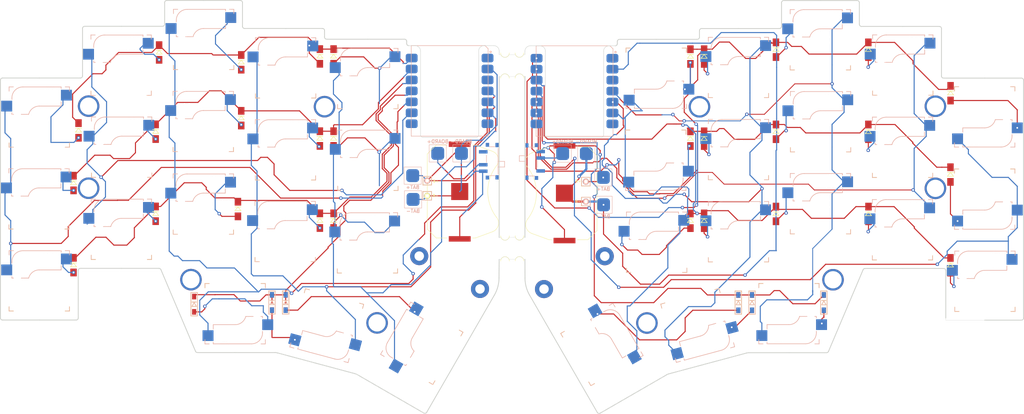
<source format=kicad_pcb>
(kicad_pcb (version 20221018) (generator pcbnew)
  (title_block (title "PUlSO split keyboard") (rev "0.2") (comment 1 "Made by IGOR"))
  (layers (0 "F.Cu" signal) (31 "B.Cu" signal) (34 "B.Paste" user) (35 "F.Paste" user) (36 "B.SilkS" user "B.Silkscreen") (37 "F.SilkS" user "F.Silkscreen") (38 "B.Mask" user) (39 "F.Mask" user) (44 "Edge.Cuts" user))
  (net 0 "")
  (net 1 "ROW0_L")
  (net 2 "Net-(DL1-Pad2)")
  (net 3 "Net-(DL2-Pad2)")
  (net 4 "Net-(DL3-Pad2)")
  (net 5 "Net-(DL4-Pad2)")
  (net 6 "Net-(DL5-Pad2)")
  (net 7 "ROW1_L")
  (net 8 "Net-(DL6-Pad2)")
  (net 9 "Net-(DL7-Pad2)")
  (net 10 "Net-(DL8-Pad2)")
  (net 11 "Net-(DL9-Pad2)")
  (net 12 "Net-(DL10-Pad2)")
  (net 13 "ROW2_L")
  (net 14 "Net-(DL11-Pad2)")
  (net 15 "Net-(DL12-Pad2)")
  (net 16 "Net-(DL13-Pad2)")
  (net 17 "Net-(DL14-Pad2)")
  (net 18 "Net-(DL15-Pad2)")
  (net 19 "ROW3_L")
  (net 20 "Net-(DL18-Pad2)")
  (net 21 "Net-(DL19-Pad2)")
  (net 22 "ROW0_R")
  (net 23 "Net-(DR1-Pad2)")
  (net 24 "Net-(DR2-Pad2)")
  (net 25 "Net-(DR3-Pad2)")
  (net 26 "Net-(DR4-Pad2)")
  (net 27 "Net-(DR5-Pad2)")
  (net 28 "ROW1_R")
  (net 29 "Net-(DR6-Pad2)")
  (net 30 "Net-(DR7-Pad2)")
  (net 31 "Net-(DR8-Pad2)")
  (net 32 "Net-(DR9-Pad2)")
  (net 33 "Net-(DR10-Pad2)")
  (net 34 "ROW2_R")
  (net 35 "Net-(DR11-Pad2)")
  (net 36 "Net-(DR12-Pad2)")
  (net 37 "Net-(DR13-Pad2)")
  (net 38 "Net-(DR14-Pad2)")
  (net 39 "Net-(DR15-Pad2)")
  (net 40 "ROW3_R")
  (net 41 "Net-(DR18-Pad2)")
  (net 42 "Net-(DR19-Pad2)")
  (net 43 "VBAT_L")
  (net 44 "VBAT_R")
  (net 46 "BAT+_L")
  (net 47 "GND_L")
  (net 48 "COL0_L")
  (net 49 "COL1_L")
  (net 50 "COL2_L")
  (net 51 "COL3_L")
  (net 52 "COL4_L")
  (net 53 "COL0_R")
  (net 54 "COL1_R")
  (net 55 "COL2_R")
  (net 56 "COL3_R")
  (net 57 "COL4_R")
  (net 58 "VCC_L")
  (net 59 "RX_L")
  (net 60 "TX_L")
  (net 61 "unconnected-(U2-Pad14)")
  (net 62 "BAT+_R")
  (net 63 "RX_R")
  (net 64 "TX_R")
  (net 65 "VCC_R")
  (net 66 "GND_R")
  (net 67 "Net-(DL17-pad2)")
  (net 68 "Net-(DR17-Pad2)")
  (footprint "kbd:1pin_conn" (layer "F.Cu") (at 126.4368 89.885725)
    (fp_text reference "Bat+r1" hide)
    (fp_text value "MountingHole_Pad" hide)
  )
  (footprint "Keyswitches by Daprice:Kailh_socket_MX_reversible_sameside" (layer "F.Cu") (at 93.596251 60.076553)
    (fp_text reference "SW14" hide)
    (fp_text value "SW_Push" hide)
  )
  (footprint "TOTEMlib:Diode_SOD123" (layer "F.Cu") (at 187.501 76.6235 -90)
    (fp_text reference "DR10" hide)
    (fp_text value "D_Small" hide)
  )
  (footprint "TOTEMlib:Diode_SOD123" (layer "F.Cu") (at 101.533751 76.595303 -90)
    (fp_text reference "DL9" hide)
    (fp_text value "D_Small" hide)
  )
  (footprint "kbd:D3_SMD" (layer "F.Cu") (at 93.596251 114.631803 -90)
    (fp_text reference "D18" hide)
    (fp_text value "D" hide)
  )
  (footprint "Keyswitches by Daprice:Kailh_socket_MX_reversible_sameside" (layer "F.Cu") (at 55.496251 78.626553)
    (fp_text reference "SW14" hide)
    (fp_text value "SW_Push" hide)
  )
  (footprint "kbd:M2_Hole_TH_Outside" (layer "F.Cu") (at 71.625251 109.329553)
    (fp_text reference "" hide)
    (fp_text value "M2_Hole_TH_Outside" hide)
  )
  (footprint "Keyswitches by Daprice:Kailh_socket_MX_reversible_sameside" (layer "F.Cu") (at 255.765 90.68 180)
    (fp_text reference "SW14" hide)
    (fp_text value "SW_Push" hide)
  )
  (footprint "kbd:2.5mm_hole" (layer "F.Cu") (at 169.604617 80.078633)
    (fp_text reference "REF**" hide)
    (fp_text value "2.5mm_hole" hide)
  )
  (footprint "Keyswitches by Daprice:Kailh_socket_MX_reversible_sameside" (layer "F.Cu") (at 198.6135 98.20475)
    (fp_text reference "SW14" hide)
    (fp_text value "SW_Push" hide)
  )
  (footprint "kbd:2.5mm_hole" (layer "F.Cu") (at 122.6268 80.035725)
    (fp_text reference "REF**" hide)
    (fp_text value "2.5mm_hole" hide)
  )
  (footprint "Keyswitches by Daprice:Kailh_socket_MX_reversible_sameside" (layer "F.Cu") (at 236.7135 59.60475)
    (fp_text reference "SW14" hide)
    (fp_text value "SW_Push" hide)
  )
  (footprint "TOTEMlib:Diode_SOD123" (layer "F.Cu") (at 207.34475 94.086 -90)
    (fp_text reference "DR13" hide)
    (fp_text value "D_Small" hide)
  )
  (footprint "TOTEMlib:Diode_SOD123" (layer "F.Cu") (at 228.776 75.036 -90)
    (fp_text reference "DR7" hide)
    (fp_text value "D_Small" hide)
  )
  (footprint "Keyswitches by Daprice:Kailh_socket_MX_reversible_sameside" (layer "F.Cu") (at 103.030322 120.0288 165)
    (fp_text reference "SW21" hide)
    (fp_text value "SW_Push" hide)
  )
  (footprint "Keyswitches by Daprice:Kailh_socket_MX_reversible_sameside" (layer "F.Cu") (at 198.6135 79.15475)
    (fp_text reference "SW14" hide)
    (fp_text value "SW_Push" hide)
  )
  (footprint "Keyswitches by Daprice:Kailh_socket_MX_reversible_sameside" (layer "F.Cu") (at 93.596251 79.126553)
    (fp_text reference "SW14" hide)
    (fp_text value "SW_Push" hide)
  )
  (footprint "TOTEMlib:Diode_SOD123" (layer "F.Cu") (at 187.501 57.5735 -90)
    (fp_text reference "DR5" hide)
    (fp_text value "D_Small" hide)
  )
  (footprint "TOTEMlib:Diode_SOD123" (layer "F.Cu") (at 104.708751 57.545303 -90)
    (fp_text reference "DL5" hide)
    (fp_text value "D_Small" hide)
  )
  (footprint "Keyswitches by Daprice:Kailh_socket_MX_reversible_sameside" (layer "F.Cu") (at 55.496251 59.576553)
    (fp_text reference "SW14" hide)
    (fp_text value "SW_Push" hide)
  )
  (footprint "Duckyb-Parts:mouse-bite-5mm-slot-with-space-for-track" (layer "F.Cu") (at 144.487251 102.08975)
    (fp_text reference "mouse-bite-2mm-slot2" hide)
    (fp_text value "VAL**" hide)
  )
  (footprint "TOTEMlib:Diode_SOD123" (layer "F.Cu") (at 207.34475 75.036 -90)
    (fp_text reference "DR8" hide)
    (fp_text value "D_Small" hide)
  )
  (footprint "Keyswitches by Daprice:Kailh_socket_MX_reversible_sameside" (layer "F.Cu") (at 217.6635 53.60475)
    (fp_text reference "SW14" hide)
    (fp_text value "SW_Push" hide)
  )
  (footprint "pierce:BatteryHolder_Keystone_3034_1x20mm" (layer "F.Cu") (at 133.9768 88.885725 90)
    (fp_text reference "BT1" hide)
    (fp_text value "Device_Battery_Cell" hide)
  )
  (footprint "kbd:D3_SMD" (layer "F.Cu") (at 90.421251 114.631803 -90)
    (fp_text reference "D17" hide)
    (fp_text value "D" hide)
  )
  (footprint "Keyswitches by Daprice:Kailh_socket_MX_reversible_sameside" (layer "F.Cu") (at 217.6635 72.65475)
    (fp_text reference "SW14" hide)
    (fp_text value "SW_Push" hide)
  )
  (footprint "TOTEMlib:Diode_SOD123" (layer "F.Cu") (at 63.433751 75.007803 -90)
    (fp_text reference "DL7" hide)
    (fp_text value "D_Small" hide)
  )
  (footprint "TOTEMlib:Diode_SOD123" (layer "F.Cu") (at 83.2858 71.86603 -90)
    (fp_text reference "DL8" hide)
    (fp_text value "D_Small" hide)
  )
  (footprint "TOTEMlib:Diode_SOD123" (layer "F.Cu") (at 101.533751 95.645303 -90)
    (fp_text reference "DL14" hide)
    (fp_text value "D_Small" hide)
  )
  (footprint "TOTEMlib:Diode_SOD123" (layer "F.Cu") (at 187.501 95.6735 -90)
    (fp_text reference "DR15" hide)
    (fp_text value "D_Small" hide)
  )
  (footprint "Keyswitches by Daprice:Kailh_socket_MX_reversible_sameside" (layer "F.Cu") (at 179.5635 81.65475 180)
    (fp_text reference "SW14" hide)
    (fp_text value "SW_Push" hide)
  )
  (footprint "TOTEMlib:Diode_SOD123" (layer "F.Cu") (at 247.826 84.95 -90)
    (fp_text reference "DR6" hide)
    (fp_text value "D_Small" hide)
  )
  (footprint "TOTEMlib:Diode_SOD123" (layer "F.Cu") (at 228.8065 94.086 -90)
    (fp_text reference "DR12" hide)
    (fp_text value "D_Small" hide)
  )
  (footprint "Keyswitches by Daprice:Kailh_socket_MX_reversible_sameside" (layer "F.Cu") (at 93.596251 98.176553)
    (fp_text reference "SW14" hide)
    (fp_text value "SW_Push" hide)
  )
  (footprint "TOTEMlib:Diode_SOD123" (layer "F.Cu") (at 247.85 66.07 -90)
    (fp_text reference "DR1" hide)
    (fp_text value "D_Small" hide)
  )
  (footprint "TOTEMlib:Diode_SOD123" (layer "F.Cu") (at 63.433751 94.057803 -90)
    (fp_text reference "DL12" hide)
    (fp_text value "D_Small" hide)
  )
  (footprint "Keyswitches by Daprice:Kailh_socket_MX_reversible_sameside" (layer "F.Cu") (at 36.446251 90.626553)
    (fp_text reference "SW14" hide)
    (fp_text value "SW_Push" hide)
  )
  (footprint "kbd:M2_Hole_TH" (layer "F.Cu") (at 124.584251 103.868553)
    (fp_text reference "" hide)
    (fp_text value "M2_Hole_TH" hide)
  )
  (footprint "Duckyb-Parts:mouse-bite-5mm-slot-with-space-for-track" (layer "F.Cu") (at 147.8225 59.66075)
    (fp_text reference "mouse-bite-2mm-slot2" hide)
    (fp_text value "VAL**" hide)
  )
  (footprint "TOTEMlib:Diode_SOD123" (layer "F.Cu") (at 83.2858 58.91203 -90)
    (fp_text reference "DL3" hide)
    (fp_text value "D_Small" hide)
  )
  (footprint "Keyswitches by Daprice:Kailh_socket_MX_reversible_sameside" (layer "F.Cu") (at 179.5635 62.60475 180)
    (fp_text reference "SW14" hide)
    (fp_text value "SW_Push" hide)
  )
  (footprint "Duckyb-Parts:mouse-bite-5mm-slot-with-space-for-track" (layer "F.Cu") (at 144.462251 59.66475)
    (fp_text reference "mouse-bite-2mm-slot2" hide)
    (fp_text value "VAL**" hide)
  )
  (footprint "kbd:M2_Hole_TH_Outside" (layer "F.Cu") (at 47.876251 69.070553)
    (fp_text reference "" hide)
    (fp_text value "M2_Hole_TH_Outside" hide)
  )
  (footprint "kbd:D3_SMD" (layer "F.Cu") (at 72.3638 115.031803 -90)
    (fp_text reference "D16" hide)
    (fp_text value "D" hide)
  )
  (footprint "" (layer "F.Cu") (at 102.613251 69.197553)
    (fp_text reference "")
    (fp_text value "")
  )
  (footprint "Keyswitches by Daprice:Kailh_socket_MX_reversible_sameside" (layer "F.Cu") (at 236.7135 78.65475)
    (fp_text reference "SW14" hide)
    (fp_text value "SW_Push" hide)
  )
  (footprint "Keyswitches by Daprice:Kailh_socket_MX_reversible_sameside" (layer "F.Cu") (at 36.446251 109.676553)
    (fp_text reference "SW14" hide)
    (fp_text value "SW_Push" hide)
  )
  (footprint "TOTEMlib:Diode_SOD123" (layer "F.Cu") (at 82.5238 92.94803 -90)
    (fp_text reference "DL13" hide)
    (fp_text value "D_Small" hide)
  )
  (footprint "TOTEMlib:Diode_SOD123" (layer "F.Cu") (at 247.826 105.99225 -90)
    (fp_text reference "DR11" hide)
    (fp_text value "D_Small" hide)
  )
  (footprint "TOTEMlib:Diode_SOD123" (layer "F.Cu") (at 45.5358 74.71003 -90)
    (fp_text reference "DL1" hide)
    (fp_text value "D_Small" hide)
  )
  (footprint "Keyswitches by Daprice:Kailh_socket_MX_reversible_sameside" (layer "F.Cu") (at 112.646251 100.676553)
    (fp_text reference "SW14" hide)
    (fp_text value "SW_Push" hide)
  )
  (footprint "Keyswitches by Daprice:Kailh_socket_MX_reversible_sameside" (layer "F.Cu") (at 74.546251 91.676553)
    (fp_text reference "SW14" hide)
    (fp_text value "SW_Push" hide)
  )
  (footprint "Keyswitches by Daprice:Kailh_socket_MX_reversible_sameside" (layer "F.Cu") (at 179.5635 100.70475)
    (fp_text reference "SW14" hide)
    (fp_text value "SW_Push" hide)
  )
  (footprint "Keyswitches by Daprice:Kailh_socket_MX_reversible_sameside" (layer "F.Cu") (at 236.7135 97.71475)
    (fp_text reference "SW14" hide)
    (fp_text value "SW_Push" hide)
  )
  (footprint "Keyswitches by Daprice:Kailh_socket_MX_reversible_sameside" (layer "F.Cu") (at 55.496251 97.686553)
    (fp_text reference "SW14" hide)
    (fp_text value "SW_Push" hide)
  )
  (footprint "Keyswitches by Daprice:Kailh_socket_MX_reversible_sameside" (layer "F.Cu") (at 81.832251 117.226553 180)
    (fp_text reference "SW14" hide)
    (fp_text value "SW_Push" hide)
  )
  (footprint "Keyswitches by Daprice:Kailh_socket_MX_reversible_sameside" (layer "F.Cu") (at 74.546251 72.626553)
    (fp_text reference "SW14" hide)
    (fp_text value "SW_Push" hide)
  )
  (footprint "TOTEMlib:Diode_SOD123" (layer "F.Cu") (at 64.2358 56.62603 -90)
    (fp_text reference "DL2" hide)
    (fp_text value "D_Small" hide)
  )
  (footprint "kbd:M2_Hole_TH_Outside" (layer "F.Cu") (at 114.805251 119.362553)
    (fp_text reference "" hide)
    (fp_text value "M2_Hole_TH_Outside" hide)
  )
  (footprint "Keyswitches by Daprice:Kailh_socket_MX_reversible_sameside" (layer "F.Cu") (at 198.6135 60.10475)
    (fp_text reference "SW14" hide)
    (fp_text value "SW_Push" hide)
  )
  (footprint "Keyswitches by Daprice:Kailh_socket_MX_reversible_sameside" (layer "F.Cu") (at 125.150251 124.071553 60)
    (fp_text reference "SW20" hide)
    (fp_text value "SW_Push" hide)
  )
  (footprint "TOTEMlib:Diode_SOD123" (layer "F.Cu") (at 104.708751 76.595303 -90)
    (fp_text reference "DL10" hide)
    (fp_text value "D_Small" hide)
  )
  (footprint "TOTEMlib:Diode_SOD123" (layer "F.Cu") (at 104.708751 95.645303 -90)
    (fp_text reference "DL15" hide)
    (fp_text value "D_Small" hide)
  )
  (footprint "kbd:M2_Hole_TH" (layer "F.Cu") (at 138.681251 111.488553)
    (fp_text reference "" hide)
    (fp_text value "M2_Hole_TH" hide)
  )
  (footprint "Keyswitches by Daprice:Kailh_socket_MX_reversible_sameside" (layer "F.Cu") (at 112.646251 62.576553)
    (fp_text reference "SW14" hide)
    (fp_text value "SW_Push" hide)
  )
  (footprint "pierce:BatteryHolder_Keystone_3034_1x20mm" (layer "F.Cu") (at 158.2785 89.27475 -90)
    (fp_text reference "BT1" hide)
    (fp_text value "Device_Battery_Cell" hide)
  )
  (footprint "Keyswitches by Daprice:Kailh_socket_MX_reversible_sameside" (layer "F.Cu") (at 112.646251 81.626553)
    (fp_text reference "SW14" hide)
    (fp_text value "SW_Push" hide)
  )
  (footprint "Keyswitches by Daprice:Kailh_socket_MX_reversible_sameside" (layer "F.Cu") (at 36.446251 71.576553)
    (fp_text reference "SW14" hide)
    (fp_text value "SW_Push" hide)
  )
  (footprint "TOTEMlib:Diode_SOD123" (layer "F.Cu") (at 44.383751 86.914053 -90)
    (fp_text reference "DL6" hide)
    (fp_text value "D_Small" hide)
  )
  (footprint "TOTEMlib:Diode_SOD123" (layer "F.Cu") (at 207.34475 55.986 -90)
    (fp_text reference "DR3" hide)
    (fp_text value "D_Small" hide)
  )
  (footprint "TOTEMlib:Diode_SOD123" (layer "F.Cu") (at 190.676 95.6735 -90)
    (fp_text reference "DR14" hide)
    (fp_text value "D_Small" hide)
  )
  (footprint "Keyswitches by Daprice:Kailh_socket_MX_reversible_sameside" (layer "F.Cu") (at 74.546251 53.576553)
    (fp_text reference "SW14" hide)
    (fp_text value "SW_Push" hide)
  )
  (footprint "Duckyb-Parts:mouse-bite-5mm-slot-with-space-for-track" (layer "F.Cu") (at 147.8385 102.06475)
    (fp_text reference "mouse-bite-2mm-slot2" hide)
    (fp_text value "VAL**" hide)
  )
  (footprint "TOTEMlib:Diode_SOD123" (layer "F.Cu") (at 101.533751 57.545303 -90)
    (fp_text reference "DL4" hide)
    (fp_text value "D_Small" hide)
  )
  (footprint "kbd:M2_Hole_TH_Outside" (layer "F.Cu") (at 47.876251 88.120553)
    (fp_text reference "" hide)
    (fp_text value "M2_Hole_TH_Outside" hide)
  )
  (footprint "Keyswitches by Daprice:Kailh_socket_MX_reversible_sameside" (layer "F.Cu") (at 255.7635 71.60475 180)
    (fp_text reference "SW14" hide)
    (fp_text value "SW_Push" hide)
  )
  (footprint "TOTEMlib:Diode_SOD123" (layer "F.Cu") (at 190.676 57.5735 -90)
    (fp_text reference "DR4" hide)
    (fp_text value "D_Small" hide)
  )
  (footprint "TOTEMlib:Diode_SOD123" (layer "F.Cu") (at 228.776 55.986 -90)
    (fp_text reference "DR2" hide)
    (fp_text value "D_Small" hide)
  )
  (footprint "TOTEMlib:Diode_SOD123" (layer "F.Cu") (at 44.383751 105.964053 -90)
    (fp_text reference "DL11" hide)
    (fp_text value "D_Small" hide)
  )
  (footprint "TOTEMlib:Diode_SOD123" (layer "F.Cu") (at 190.676 76.6235 -90)
    (fp_text reference "DR9" hide)
    (fp_text value "D_Small" hide)
  )
  (footprint "Keyswitches by Daprice:Kailh_socket_MX_reversible_sameside" (layer "F.Cu") (at 217.6635 91.70475)
    (fp_text reference "SW14" hide)
    (fp_text value "SW_Push" hide)
  )
  (footprint "kbd:D3_SMD" (layer "B.Cu") (at 201.7885 114.66 -90)
    (fp_text reference "D17" hide)
    (fp_text value "D" hide)
  )
  (footprint "kbd:M2_Hole_TH_Outside" (layer "B.Cu") (at 189.5965 69.22575 180)
    (fp_text reference "" hide)
    (fp_text value "M2_Hole_TH_Outside" hide)
  )
  (footprint "Keyswitches by Daprice:Kailh_socket_MX_reversible_sameside" (layer "B.Cu") (at 255.7635 109.70475 180)
    (fp_text reference "SW14" hide)
    (fp_text value "SW_Push" hide)
  )
  (footprint "kbd:M2_Hole_TH_Outside" (layer "B.Cu") (at 244.3335 69.09875 180)
    (fp_text reference "" hide)
    (fp_text value "M2_Hole_TH_Outside" hide)
  )
  (footprint "Keyswitches by Daprice:Kailh_socket_MX_reversible_sameside" (layer "B.Cu") (at 189.1865 120.04475 15)
    (fp_text reference "SW21" hide)
    (fp_text value "SW_Push" hide)
  )
  (footprint "xiao_nrf52840:xiao_nrf52840_v2" (layer "B.Cu") (at 131.6268 65.535725 180)
    (fp_text reference "U1" hide)
    (fp_text value "xiao_nrf52840" hide)
  )
  (footprint "kbd:1pad_conn_board" (layer "B.Cu") (at 134.3768 80.035725 180)
    (fp_text reference "BOARD-")
    (fp_text value "BOARD-" hide)
  )
  (footprint "kbd:D3_SMD" (layer "B.Cu") (at 198.6135 114.66 -90)
    (fp_text reference "D18" hide)
    (fp_text value "D" hide)
  )
  (footprint "kbd:M2_Hole_TH_Outside" (layer "B.Cu") (at 244.3335 88.14875 180)
    (fp_text reference "" hide)
    (fp_text value "M2_Hole_TH_Outside" hide)
  )
  (footprint "kbd:1pin_conn" (layer "B.Cu") (at 163.2385 86.58475 180)
    (fp_text reference "BatGND1" hide)
    (fp_text value "MountingHole_Pad" hide)
  )
  (footprint "MSK-12C02:MSK-12C02" (layer "B.Cu") (at 141.53 81.847 -90)
    (fp_text reference "SW17" hide)
    (fp_text value "SW_DPDT_x2" hide)
  )
  (footprint "kbd:1pad_conn_board" (layer "B.Cu") (at 123.0668 85.195725 180)
    (fp_text reference "BAT+")
    (fp_text value "BAT+" hide)
  )
  (footprint "kbd:1pad_conn_board" (layer "B.Cu") (at 157.854617 80.078633 180)
    (fp_text reference "BOARD+")
    (fp_text value "BOARD+" hide)
  )
  (footprint "kbd:1pad_conn_board" (layer "B.Cu") (at 128.8768 80.035725 180)
    (fp_text reference "BOARD+")
    (fp_text value "BOARD+" hide)
  )
  (footprint "kbd:1pad_conn_board" (layer "B.Cu") (at 167.2885 85.60475 180)
    (fp_text reference "BAT+")
    (fp_text value "BAT+" hide)
  )
  (footprint "Keyswitches by Daprice:Kailh_socket_MX_reversible_sameside" (layer "B.Cu") (at 167.047205 124.320194 120)
    (fp_text reference "SW20" hide)
    (fp_text value "SW_Push" hide)
  )
  (footprint "kbd:1pin_conn" (layer "B.Cu") (at 163.2485 91.21475 180)
    (fp_text reference "Bat+r1" hide)
    (fp_text value "MountingHole_Pad" hide)
  )
  (footprint "kbd:M2_Hole_TH_Outside" (layer "B.Cu") (at 177.4045 119.39075 180)
    (fp_text reference "" hide)
    (fp_text value "M2_Hole_TH_Outside" hide)
  )
  (footprint "kbd:M2_Hole_TH" (layer "B.Cu") (at 167.6255 103.89675 180)
    (fp_text reference "" hide)
    (fp_text value "M2_Hole_TH" hide)
  )
  (footprint "kbd:M2_Hole_TH_Outside" (layer "B.Cu") (at 220.5845 109.35775 180)
    (fp_text reference "" hide)
    (fp_text value "M2_Hole_TH_Outside" hide)
  )
  (footprint "kbd:D3_SMD" (layer "B.Cu") (at 218.45725 114.66 -90)
    (fp_text reference "D16" hide)
    (fp_text value "D" hide)
  )
  (footprint "kbd:1pad_conn_board" (layer "B.Cu") (at 163.354617 80.078633 180)
    (fp_text reference "BOARD-")
    (fp_text value "BOARD-" hide)
  )
  (footprint "Keyswitches by Daprice:Kailh_socket_MX_reversible_sameside" (layer "B.Cu") (at 210.3775 117.25475)
    (fp_text reference "SW14" hide)
    (fp_text value "SW_Push" hide)
  )
  (footprint "kbd:1pad_conn_board" (layer "B.Cu") (at 123.1468 90.715725 180)
    (fp_text reference "BAT-")
    (fp_text value "BAT-" hide)
  )
  (footprint "MSK-12C02:MSK-12C02" (layer "B.Cu") (at 150.655 81.93 90)
    (fp_text reference "SW34" hide)
    (fp_text value "SW_DPDT_x2" hide)
  )
  (footprint "xiao_nrf52840:xiao_nrf52840_v2" (layer "B.Cu") (at 160.604617 65.578633 180)
    (fp_text reference "U2" hide)
    (fp_text value "xiao_nrf52840" hide)
  )
  (footprint "kbd:1pad_conn_board" (layer "B.Cu") (at 167.3385 91.96475 180)
    (fp_text reference "BAT-")
    (fp_text value "BAT-" hide)
  )
  (footprint "kbd:M2_Hole_TH" (layer "B.Cu") (at 153.5285 111.51675 180)
    (fp_text reference "" hide)
    (fp_text value "M2_Hole_TH" hide)
  )
  (footprint "kbd:1pin_conn" (layer "B.Cu") (at 126.4368 86.365725 180)
    (fp_text reference "BatGND1" hide)
    (fp_text value "MountingHole_Pad" hide)
  )
  (gr_line (start 64.190112 106.701552) (end 55.496251 106.701552) (stroke (width 0.2)) (layer "Edge.Cuts"))
  (gr_line (start 146.878851 62.188999) (end 145.4285 62.214751) (stroke (width 0.05)) (layer "Edge.Cuts"))
  (gr_arc (start 246.2385 106.729749) (mid 246.592071 106.87618) (end 246.738499 107.22975) (stroke (width 0.2)) (layer "Edge.Cuts"))
  (gr_line (start 209.1385 44.57975) (end 217.6635 44.57975) (stroke (width 0.2)) (layer "Edge.Cuts"))
  (gr_arc (start 123.6268 55.035725) (mid 124.510683 55.401842) (end 124.8768 56.285725) (stroke (width 0.1)) (layer "Edge.Cuts"))
  (gr_arc (start 91.159663 126.251553) (mid 91.420717 126.268651) (end 91.677301 126.319701) (stroke (width 0.2)) (layer "Edge.Cuts"))
  (gr_line (start 46.971251 50.551553) (end 55.496251 50.551553) (stroke (width 0.2)) (layer "Edge.Cuts"))
  (gr_line (start 210.377609 126.27975) (end 201.050088 126.27975) (stroke (width 0.2)) (layer "Edge.Cuts"))
  (gr_line (start 66.021251 44.551553) (end 74.546251 44.551553) (stroke (width 0.2)) (layer "Edge.Cuts"))
  (gr_arc (start 149.104617 56.328633) (mid 149.470734 55.44475) (end 150.354617 55.078633) (stroke (width 0.1)) (layer "Edge.Cuts"))
  (gr_line (start 112.646251 53.551553) (end 121.171251 53.551553) (stroke (width 0.2)) (layer "Edge.Cuts"))
  (gr_line (start 146.878851 57.108999) (end 145.4285 57.13475) (stroke (width 0.05)) (layer "Edge.Cuts"))
  (gr_arc (start 121.171251 53.551553) (mid 121.524744 53.698046) (end 121.671251 54.051553) (stroke (width 0.2)) (layer "Edge.Cuts"))
  (gr_arc (start 170.5385 54.07975) (mid 170.684961 53.72621) (end 171.0385 53.57975) (stroke (width 0.2)) (layer "Edge.Cuts"))
  (gr_line (start 179.5635 53.57975) (end 189.0885 53.57975) (stroke (width 0.2)) (layer "Edge.Cuts"))
  (gr_arc (start 138.3768 56.285725) (mid 138.742917 55.401842) (end 139.6268 55.035725) (stroke (width 0.1)) (layer "Edge.Cuts"))
  (gr_line (start 74.546251 44.551553) (end 83.071251 44.551553) (stroke (width 0.2)) (layer "Edge.Cuts"))
  (gr_line (start 81.832142 126.251553) (end 73.138282 126.251553) (stroke (width 0.2)) (layer "Edge.Cuts"))
  (gr_line (start 84.071251 51.051553) (end 93.596251 51.051553) (stroke (width 0.2)) (layer "Edge.Cuts"))
  (gr_line (start 65.521251 50.051553) (end 65.521251 45.051553) (stroke (width 0.2)) (layer "Edge.Cuts"))
  (gr_line (start 36.446251 118.701553) (end 27.921251 118.701553) (stroke (width 0.2)) (layer "Edge.Cuts"))
  (gr_line (start 27.421251 118.201553) (end 27.421251 63.051554) (stroke (width 0.2)) (layer "Edge.Cuts"))
  (gr_arc (start 102.121251 51.051553) (mid 102.474744 51.198046) (end 102.621251 51.551553) (stroke (width 0.2)) (layer "Edge.Cuts"))
  (gr_arc (start 64.190111 106.701553) (mid 64.466215 106.784659) (end 64.650471 107.006438) (stroke (width 0.2)) (layer "Edge.Cuts"))
  (gr_line (start 236.7135 106.729749) (end 228.019639 106.729749) (stroke (width 0.2)) (layer "Edge.Cuts"))
  (gr_line (start 246.738499 118.22975) (end 246.738499 107.229749) (stroke (width 0.2)) (layer "Edge.Cuts"))
  (gr_line (start 143.134001 99.554623) (end 143.134001 62.21475) (stroke (width 0.2)) (layer "Edge.Cuts"))
  (gr_line (start 246.7625 118.72975) (end 255.7635 118.72975) (stroke (width 0.05)) (layer "Edge.Cuts"))
  (gr_line (start 245.7385 51.07975) (end 245.7385 62.07975) (stroke (width 0.2)) (layer "Edge.Cuts"))
  (gr_line (start 189.5885 53.07975) (end 189.5885 51.57975) (stroke (width 0.2)) (layer "Edge.Cuts"))
  (gr_line (start 154.354617 76.328633) (end 166.854617 76.328633) (stroke (width 0.1)) (layer "Edge.Cuts"))
  (gr_line (start 236.7135 50.57975) (end 245.2385 50.57975) (stroke (width 0.2)) (layer "Edge.Cuts"))
  (gr_arc (start 264.7885 118.22975) (mid 264.642039 118.583288) (end 264.2885 118.72975) (stroke (width 0.2)) (layer "Edge.Cuts"))
  (gr_line (start 93.596251 51.051553) (end 102.121251 51.051553) (stroke (width 0.2)) (layer "Edge.Cuts"))
  (gr_line (start 100.686995 128.733841) (end 91.677301 126.319701) (stroke (width 0.2)) (layer "Edge.Cuts"))
  (gr_line (start 91.159663 126.251553) (end 81.832142 126.251553) (stroke (width 0.2)) (layer "Edge.Cuts"))
  (gr_line (start 45.471252 107.201552) (end 45.479873 118.201466) (stroke (width 0.2)) (layer "Edge.Cuts"))
  (gr_arc (start 143.089252 108.90709) (mid 142.816657 110.977643) (end 142.017455 112.90709) (stroke (width 0.2)) (layer "Edge.Cuts"))
  (gr_line (start 139.6268 55.035725) (end 141.8768 55.035725) (stroke (width 0.1)) (layer "Edge.Cuts"))
  (gr_arc (start 46.471251 51.051553) (mid 46.617699 50.698014) (end 46.971251 50.551553) (stroke (width 0.2)) (layer "Edge.Cuts"))
  (gr_line (start 246.738499 118.22975) (end 246.7625 118.72975) (stroke (width 0.05)) (layer "Edge.Cuts"))
  (gr_line (start 149.10135 57.109) (end 148.78385 57.109) (stroke (width 0.05)) (layer "Edge.Cuts"))
  (gr_arc (start 154.354617 76.328633) (mid 154.001064 76.182186) (end 153.854617 75.828633) (stroke (width 0.1)) (layer "Edge.Cuts"))
  (gr_line (start 146.489351 104.608872) (end 145.4285 104.634624) (stroke (width 0.05)) (layer "Edge.Cuts"))
  (gr_arc (start 27.921251 118.701553) (mid 27.567695 118.555094) (end 27.421251 118.201553) (stroke (width 0.2)) (layer "Edge.Cuts"))
  (gr_arc (start 208.6385 50.57975) (mid 208.492068 50.933317) (end 208.138501 51.079749) (stroke (width 0.2)) (layer "Edge.Cuts"))
  (gr_line (start 149.10135 104.608873) (end 149.120499 108.935287) (stroke (width 0.2)) (layer "Edge.Cuts"))
  (gr_arc (start 45.479873 118.201466) (mid 45.331856 118.559617) (end 44.971252 118.701553) (stroke (width 0.2)) (layer "Edge.Cuts"))
  (gr_arc (start 227.55928 107.034635) (mid 227.743548 106.812855) (end 228.01964 106.72975) (stroke (width 0.2)) (layer "Edge.Cuts"))
  (gr_line (start 149.10135 104.608873) (end 148.78385 104.608873) (stroke (width 0.05)) (layer "Edge.Cuts"))
  (gr_line (start 143.523501 99.554623) (end 143.134001 99.554623) (stroke (width 0.05)) (layer "Edge.Cuts"))
  (gr_line (start 149.10135 57.109) (end 149.104617 56.328633) (stroke (width 0.1)) (layer "Edge.Cuts"))
  (gr_line (start 125.3768 76.285725) (end 137.8768 76.285725) (stroke (width 0.1)) (layer "Edge.Cuts"))
  (gr_line (start 246.2385 62.57975) (end 255.7635 62.57975) (stroke (width 0.2)) (layer "Edge.Cuts"))
  (gr_arc (start 145.4285 57.13475) (mid 144.476002 57.779494) (end 143.523502 57.134749) (stroke (width 0.05)) (layer "Edge.Cuts"))
  (gr_arc (start 141.8768 55.035725) (mid 142.760683 55.401842) (end 143.1268 56.285725) (stroke (width 0.1)) (layer "Edge.Cuts"))
  (gr_line (start 190.0885 51.07975) (end 198.6135 51.07975) (stroke (width 0.2)) (layer "Edge.Cuts"))
  (gr_line (start 165.886951 140.119227) (end 150.192296 112.935287) (stroke (width 0.2)) (layer "Edge.Cuts"))
  (gr_arc (start 245.2385 50.57975) (mid 245.592041 50.72621) (end 245.7385 51.07975) (stroke (width 0.2)) (layer "Edge.Cuts"))
  (gr_arc (start 45.471252 107.201553) (mid 45.6177 106.848015) (end 45.971251 106.701552) (stroke (width 0.2)) (layer "Edge.Cuts"))
  (gr_line (start 143.134001 104.634623) (end 143.089252 108.90709) (stroke (width 0.2)) (layer "Edge.Cuts"))
  (gr_arc (start 83.071251 44.551553) (mid 83.424744 44.698046) (end 83.571251 45.051553) (stroke (width 0.2)) (layer "Edge.Cuts"))
  (gr_line (start 138.3768 75.785725) (end 138.3768 56.285725) (stroke (width 0.1)) (layer "Edge.Cuts"))
  (gr_line (start 182.030701 131.375979) (end 166.569964 140.30224) (stroke (width 0.2)) (layer "Edge.Cuts"))
  (gr_arc (start 189.5885 51.57975) (mid 189.734961 51.22621) (end 190.0885 51.07975) (stroke (width 0.2)) (layer "Edge.Cuts"))
  (gr_line (start 124.8768 56.285725) (end 124.8768 75.785725) (stroke (width 0.1)) (layer "Edge.Cuts"))
  (gr_line (start 146.878851 99.528872) (end 146.489351 99.528872) (stroke (width 0.05)) (layer "Edge.Cuts"))
  (gr_line (start 219.071469 126.27975) (end 210.377609 126.27975) (stroke (width 0.2)) (layer "Edge.Cuts"))
  (gr_arc (start 125.3768 76.285725) (mid 125.023247 76.139278) (end 124.8768 75.785725) (stroke (width 0.1)) (layer "Edge.Cuts"))
  (gr_arc (start 167.354617 56.328633) (mid 167.720734 55.44475) (end 168.604617 55.078633) (stroke (width 0.1)) (layer "Edge.Cuts"))
  (gr_arc (start 27.421251 63.051553) (mid 27.567699 62.698014) (end 27.921251 62.551553) (stroke (width 0.2)) (layer "Edge.Cuts"))
  (gr_line (start 171.0385 53.57975) (end 179.5635 53.57975) (stroke (width 0.2)) (layer "Edge.Cuts"))
  (gr_arc (start 138.3768 75.785725) (mid 138.230353 76.139278) (end 137.8768 76.285725) (stroke (width 0.1)) (layer "Edge.Cuts"))
  (gr_line (start 143.134001 57.13475) (end 143.1268 56.285725) (stroke (width 0.1)) (layer "Edge.Cuts"))
  (gr_line (start 103.121251 53.551553) (end 112.646251 53.551553) (stroke (width 0.2)) (layer "Edge.Cuts"))
  (gr_arc (start 148.78385 57.108999) (mid 147.831351 57.753743) (end 146.878852 57.108998) (stroke (width 0.05)) (layer "Edge.Cuts"))
  (gr_line (start 102.621251 51.551553) (end 102.621251 53.051553) (stroke (width 0.2)) (layer "Edge.Cuts"))
  (gr_line (start 167.354617 75.828633) (end 167.354617 56.328633) (stroke (width 0.1)) (layer "Edge.Cuts"))
  (gr_line (start 123.6268 55.035725) (end 122.171301 55.051553) (stroke (width 0.1)) (layer "Edge.Cuts"))
  (gr_arc (start 227.188499 50.57975) (mid 226.834963 50.433287) (end 226.688499 50.07975) (stroke (width 0.2)) (layer "Edge.Cuts"))
  (gr_arc (start 150.192296 112.935287) (mid 149.393107 111.005836) (end 149.120499 108.935287) (stroke (width 0.2)) (layer "Edge.Cuts"))
  (gr_arc (start 143.523502 104.634623) (mid 144.476003 103.98989) (end 145.4285 104.634624) (stroke (width 0.05)) (layer "Edge.Cuts"))
  (gr_arc (start 148.78385 99.528872) (mid 147.831351 100.173616) (end 146.878852 99.528871) (stroke (width 0.05)) (layer "Edge.Cuts"))
  (gr_line (start 143.523501 57.13475) (end 143.134001 57.13475) (stroke (width 0.05)) (layer "Edge.Cuts"))
  (gr_line (start 227.188499 50.57975) (end 236.7135 50.57975) (stroke (width 0.2)) (layer "Edge.Cuts"))
  (gr_line (start 27.921251 62.551553) (end 36.446251 62.551553) (stroke (width 0.2)) (layer "Edge.Cuts"))
  (gr_line (start 143.523501 104.634623) (end 143.134001 104.634623) (stroke (width 0.05)) (layer "Edge.Cuts"))
  (gr_line (start 200.53245 126.347898) (end 191.522756 128.762038) (stroke (width 0.2)) (layer "Edge.Cuts"))
  (gr_arc (start 103.121251 53.551553) (mid 102.767695 53.405094) (end 102.621251 53.051553) (stroke (width 0.2)) (layer "Edge.Cuts"))
  (gr_arc (start 200.53245 126.347898) (mid 200.789036 126.296858) (end 201.050088 126.27975) (stroke (width 0.2)) (layer "Edge.Cuts"))
  (gr_line (start 227.55928 107.034635) (end 219.531828 125.974864) (stroke (width 0.2)) (layer "Edge.Cuts"))
  (gr_line (start 153.854617 75.828633) (end 153.854617 56.328633) (stroke (width 0.1)) (layer "Edge.Cuts"))
  (gr_line (start 226.6885 45.07975) (end 226.6885 50.07975) (stroke (width 0.2)) (layer "Edge.Cuts"))
  (gr_arc (start 109.696688 131.147981) (mid 109.944412 131.232085) (end 110.17905 131.347782) (stroke (width 0.2)) (layer "Edge.Cuts"))
  (gr_line (start 125.639787 140.274043) (end 110.17905 131.347782) (stroke (width 0.2)) (layer "Edge.Cuts"))
  (gr_arc (start 208.6385 45.07975) (mid 208.784961 44.72621) (end 209.1385 44.57975) (stroke (width 0.2)) (layer "Edge.Cuts"))
  (gr_arc (start 122.171301 55.051553) (mid 121.817713 54.905112) (end 121.671251 54.551553) (stroke (width 0.2)) (layer "Edge.Cuts"))
  (gr_line (start 46.471251 62.051553) (end 46.471251 51.051553) (stroke (width 0.2)) (layer "Edge.Cuts"))
  (gr_line (start 246.2385 106.729749) (end 236.7135 106.729749) (stroke (width 0.2)) (layer "Edge.Cuts"))
  (gr_arc (start 246.2385 62.57975) (mid 245.884934 62.433317) (end 245.738501 62.079751) (stroke (width 0.2)) (layer "Edge.Cuts"))
  (gr_arc (start 170.5385 54.57975) (mid 170.39205 54.933335) (end 170.03845 55.07975) (stroke (width 0.2)) (layer "Edge.Cuts"))
  (gr_line (start 36.446251 62.551553) (end 45.971251 62.551553) (stroke (width 0.2)) (layer "Edge.Cuts"))
  (gr_line (start 168.604617 55.078633) (end 170.03845 55.07975) (stroke (width 0.1)) (layer "Edge.Cuts"))
  (gr_line (start 83.571251 45.051553) (end 83.571251 50.551553) (stroke (width 0.2)) (layer "Edge.Cuts"))
  (gr_arc (start 46.47125 62.051554) (mid 46.324805 62.405121) (end 45.971251 62.551553) (stroke (width 0.2)) (layer "Edge.Cuts"))
  (gr_line (start 149.10135 99.528873) (end 148.78385 99.528873) (stroke (width 0.05)) (layer "Edge.Cuts"))
  (gr_line (start 149.10135 62.189) (end 149.10135 99.528873) (stroke (width 0.2)) (layer "Edge.Cuts"))
  (gr_line (start 191.522756 128.762038) (end 182.513063 131.176178) (stroke (width 0.2)) (layer "Edge.Cuts"))
  (gr_arc (start 219.531828 125.974864) (mid 219.347519 126.196557) (end 219.071469 126.27975) (stroke (width 0.2)) (layer "Edge.Cuts"))
  (gr_arc (start 152.604617 55.078633) (mid 153.4885 55.44475) (end 153.854617 56.328633) (stroke (width 0.1)) (layer "Edge.Cuts"))
  (gr_arc (start 73.138282 126.251553) (mid 72.862192 126.168421) (end 72.677923 125.946667) (stroke (width 0.2)) (layer "Edge.Cuts"))
  (gr_line (start 44.971252 118.701553) (end 36.446251 118.701553) (stroke (width 0.2)) (layer "Edge.Cuts"))
  (gr_line (start 109.696688 131.147981) (end 100.686995 128.733841) (stroke (width 0.2)) (layer "Edge.Cuts"))
  (gr_line (start 55.496251 50.551553) (end 65.021252 50.551553) (stroke (width 0.2)) (layer "Edge.Cuts"))
  (gr_line (start 55.496251 106.701552) (end 45.971251 106.701552) (stroke (width 0.2)) (layer "Edge.Cuts"))
  (gr_arc (start 65.521251 45.051553) (mid 65.667699 44.698014) (end 66.021251 44.551553) (stroke (width 0.2)) (layer "Edge.Cuts"))
  (gr_line (start 146.489351 99.528872) (end 145.4285 99.554623) (stroke (width 0.05)) (layer "Edge.Cuts"))
  (gr_line (start 170.5385 54.57975) (end 170.5385 54.07975) (stroke (width 0.2)) (layer "Edge.Cuts"))
  (gr_line (start 142.017455 112.90709) (end 126.3228 140.09103) (stroke (width 0.2)) (layer "Edge.Cuts"))
  (gr_arc (start 182.030701 131.375979) (mid 182.265336 131.260274) (end 182.513063 131.176178) (stroke (width 0.2)) (layer "Edge.Cuts"))
  (gr_arc (start 143.523502 62.21475) (mid 144.476003 61.57) (end 145.4285 62.214751) (stroke (width 0.05)) (layer "Edge.Cuts"))
  (gr_arc (start 146.878852 104.608872) (mid 147.831351 103.964122) (end 148.78385 104.608873) (stroke (width 0.05)) (layer "Edge.Cuts"))
  (gr_arc (start 126.3228 140.09103) (mid 126.019195 140.323944) (end 125.639787 140.274043) (stroke (width 0.2)) (layer "Edge.Cuts"))
  (gr_line (start 255.7635 62.57975) (end 264.2885 62.57975) (stroke (width 0.2)) (layer "Edge.Cuts"))
  (gr_arc (start 167.354617 75.828633) (mid 167.20817 76.182186) (end 166.854617 76.328633) (stroke (width 0.1)) (layer "Edge.Cuts"))
  (gr_line (start 146.878851 104.608872) (end 146.489351 104.608872) (stroke (width 0.05)) (layer "Edge.Cuts"))
  (gr_line (start 264.2885 118.72975) (end 255.7635 118.72975) (stroke (width 0.2)) (layer "Edge.Cuts"))
  (gr_line (start 150.354617 55.078633) (end 152.604617 55.078633) (stroke (width 0.1)) (layer "Edge.Cuts"))
  (gr_arc (start 145.4285 99.554623) (mid 144.476002 100.199384) (end 143.523502 99.554622) (stroke (width 0.05)) (layer "Edge.Cuts"))
  (gr_line (start 198.6135 51.07975) (end 208.1385 51.07975) (stroke (width 0.2)) (layer "Edge.Cuts"))
  (gr_arc (start 84.07125 51.051552) (mid 83.717637 50.905151) (end 83.571251 50.551553) (stroke (width 0.2)) (layer "Edge.Cuts"))
  (gr_line (start 121.671251 54.051553) (end 121.671251 54.551553) (stroke (width 0.2)) (layer "Edge.Cuts"))
  (gr_line (start 264.7885 63.079751) (end 264.7885 118.22975) (stroke (width 0.2)) (layer "Edge.Cuts"))
  (gr_arc (start 226.1885 44.57975) (mid 226.542041 44.72621) (end 226.6885 45.07975) (stroke (width 0.2)) (layer "Edge.Cuts"))
  (gr_line (start 208.6385 50.57975) (end 208.6385 45.07975) (stroke (width 0.2)) (layer "Edge.Cuts"))
  (gr_line (start 149.10135 62.189) (end 148.78385 62.189) (stroke (width 0.05)) (layer "Edge.Cuts"))
  (gr_arc (start 146.878852 62.188999) (mid 147.831351 61.544249) (end 148.78385 62.189) (stroke (width 0.05)) (layer "Edge.Cuts"))
  (gr_line (start 217.6635 44.57975) (end 226.1885 44.57975) (stroke (width 0.2)) (layer "Edge.Cuts"))
  (gr_arc (start 166.569964 140.30224) (mid 166.190543 140.352183) (end 165.886951 140.119227) (stroke (width 0.2)) (layer "Edge.Cuts"))
  (gr_arc (start 65.521252 50.051553) (mid 65.374807 50.405121) (end 65.021252 50.551553) (stroke (width 0.2)) (layer "Edge.Cuts"))
  (gr_line (start 72.677923 125.946667) (end 64.650471 107.006438) (stroke (width 0.2)) (layer "Edge.Cuts"))
  (gr_arc (start 264.2885 62.57975) (mid 264.642041 62.72621) (end 264.7885 63.07975) (stroke (width 0.2)) (layer "Edge.Cuts"))
  (gr_line (start 143.523501 62.21475) (end 143.134001 62.21475) (stroke (width 0.05)) (layer "Edge.Cuts"))
  (gr_arc (start 189.5885 53.07975) (mid 189.442039 53.433288) (end 189.0885 53.57975) (stroke (width 0.2)) (layer "Edge.Cuts"))
  (gr_text "B+" (at 128.432023 86.513528) (layer "F.SilkS") (effects (font (size 0.6 0.6) (thickness 0.1))))
  (gr_text "B-" (at 128.3568 89.855725) (layer "F.SilkS") (effects (font (size 0.6 0.6) (thickness 0.1))))
  (gr_text "B-" (at 161.3985 91.16475) (layer "F.SilkS") (effects (font (size 0.6 0.6) (thickness 0.1))))
  (gr_text "B+" (at 161.4635 86.48475) (layer "F.SilkS") (effects (font (size 0.6 0.6) (thickness 0.1))))
  (segment (start 98.81 53.121552) (end 101.533751 55.845303) (width 0.25) (layer "F.Cu") (net 1))
  (segment (start 117.672627 55.621552) (end 104.932502 55.621552) (width 0.25) (layer "F.Cu") (net 1))
  (segment (start 51.89 60.68) (end 51.89 59.57383) (width 0.25) (layer "F.Cu") (net 1))
  (segment (start 62.5358 56.62603) (end 64.2358 54.92603) (width 0.25) (layer "F.Cu") (net 1))
  (segment (start 104.932502 55.621552) (end 104.708751 55.845303) (width 0.25) (layer "F.Cu") (net 1))
  (segment (start 83.2858 57.21203) (end 87.376278 53.121552) (width 0.25) (layer "F.Cu") (net 1))
  (segment (start 44.1698 66.27803) (end 48.88783 61.56) (width 0.25) (layer "F.Cu") (net 1))
  (segment (start 66.1898 56.88003) (end 76.4278 56.88003) (width 0.25) (layer "F.Cu") (net 1))
  (segment (start 64.2358 54.92603) (end 66.1898 56.88003) (width 0.25) (layer "F.Cu") (net 1))
  (segment (start 44.1698 71.64403) (end 44.1698 66.27803) (width 0.25) (layer "F.Cu") (net 1))
  (segment (start 51.01 61.56) (end 51.89 60.68) (width 0.25) (layer "F.Cu") (net 1))
  (segment (start 87.376278 53.121552) (end 98.81 53.121552) (width 0.25) (layer "F.Cu") (net 1))
  (segment (start 76.7598 57.21203) (end 83.2858 57.21203) (width 0.25) (layer "F.Cu") (net 1))
  (segment (start 45.5358 73.01003) (end 44.1698 71.64403) (width 0.25) (layer "F.Cu") (net 1))
  (segment (start 101.533751 55.845303) (end 104.708751 55.845303) (width 0.25) (layer "F.Cu") (net 1))
  (segment (start 120.8768 59.165725) (end 120.8768 58.825725) (width 0.25) (layer "F.Cu") (net 1))
  (segment (start 51.89 59.57383) (end 54.8378 56.62603) (width 0.25) (layer "F.Cu") (net 1))
  (segment (start 54.8378 56.62603) (end 62.5358 56.62603) (width 0.25) (layer "F.Cu") (net 1))
  (segment (start 48.88783 61.56) (end 51.01 61.56) (width 0.25) (layer "F.Cu") (net 1))
  (segment (start 76.4278 56.88003) (end 76.7598 57.21203) (width 0.25) (layer "F.Cu") (net 1))
  (segment (start 120.8768 58.825725) (end 117.672627 55.621552) (width 0.25) (layer "F.Cu") (net 1))
  (via micro (at 120.8768 59.165725) (size 0.3) (drill 0.1) (layers "F.Cu" "B.Cu") (net 1))
  (segment (start 121.5768 59.165725) (end 122.8268 57.915725) (width 0.25) (layer "B.Cu") (net 1))
  (segment (start 120.8768 59.165725) (end 121.5768 59.165725) (width 0.25) (layer "B.Cu") (net 1))
  (via (at 45.5358 76.41003) (size 0.8) (drill 0.4) (layers "F.Cu" "B.Cu") (net 2))
  (segment (start 39.141251 71.560579) (end 39.141251 77.486553) (width 0.25) (layer "B.Cu") (net 2))
  (segment (start 41.931251 68.770579) (end 39.141251 71.560579) (width 0.25) (layer "B.Cu") (net 2))
  (segment (start 41.931251 66.526553) (end 41.931251 68.770579) (width 0.25) (layer "B.Cu") (net 2))
  (segment (start 39.141251 77.486553) (end 44.459277 77.486553) (width 0.25) (layer "B.Cu") (net 2))
  (segment (start 44.459277 77.486553) (end 45.5358 76.41003) (width 0.25) (layer "B.Cu") (net 2))
  (via (at 64.2358 58.32603) (size 0.8) (drill 0.4) (layers "F.Cu" "B.Cu") (net 3))
  (segment (start 60.9 57.04) (end 62.94977 57.04) (width 0.25) (layer "B.Cu") (net 3))
  (segment (start 60.981251 54.526553) (end 59.813902 55.693902) (width 0.25) (layer "B.Cu") (net 3))
  (segment (start 59.813902 55.953902) (end 60.9 57.04) (width 0.25) (layer "B.Cu") (net 3))
  (segment (start 62.94977 57.04) (end 64.2358 58.32603) (width 0.25) (layer "B.Cu") (net 3))
  (segment (start 59.813902 55.693902) (end 59.813902 55.953902) (width 0.25) (layer "B.Cu") (net 3))
  (via (at 83.2858 60.61203) (size 0.8) (drill 0.4) (layers "F.Cu" "B.Cu") (net 4))
  (segment (start 77.3168 52.68903) (end 77.3168 54.64303) (width 0.25) (layer "B.Cu") (net 4))
  (segment (start 77.3168 54.64303) (end 83.2858 60.61203) (width 0.25) (layer "B.Cu") (net 4))
  (segment (start 77.3168 52.68903) (end 80.031251 49.974579) (width 0.25) (layer "B.Cu") (net 4))
  (segment (start 80.031251 49.974579) (end 80.031251 48.526553) (width 0.25) (layer "B.Cu") (net 4))
  (segment (start 99.081251 56.792803) (end 99.081251 55.026553) (width 0.25) (layer "F.Cu") (net 5))
  (segment (start 101.533751 59.245303) (end 99.081251 56.792803) (width 0.25) (layer "F.Cu") (net 5))
  (via (at 99.081251 55.026553) (size 0.8) (drill 0.4) (layers "F.Cu" "B.Cu") (net 5))
  (segment (start 104.708751 59.245303) (end 106.312024 57.64203) (width 0.25) (layer "F.Cu") (net 6))
  (segment (start 106.312024 57.64203) (end 111.69203 57.64203) (width 0.25) (layer "F.Cu") (net 6))
  (segment (start 111.69203 57.64203) (end 114.325017 60.275017) (width 0.25) (layer "F.Cu") (net 6))
  (segment (start 114.325017 60.275017) (end 115.382787 60.275017) (width 0.25) (layer "F.Cu") (net 6))
  (via (at 115.382787 60.275017) (size 0.8) (drill 0.4) (layers "F.Cu" "B.Cu") (net 6))
  (segment (start 115.341251 60.316553) (end 115.382787 60.275017) (width 0.25) (layer "B.Cu") (net 6))
  (segment (start 115.382787 60.275017) (end 118.131251 57.526553) (width 0.25) (layer "B.Cu") (net 6))
  (segment (start 115.341251 68.486553) (end 115.341251 60.316553) (width 0.25) (layer "B.Cu") (net 6))
  (segment (start 78.6358 65.51603) (end 83.2858 70.16603) (width 0.25) (layer "F.Cu") (net 7))
  (segment (start 101.533751 74.895303) (end 104.708751 74.895303) (width 0.25) (layer "F.Cu") (net 7))
  (segment (start 104.708751 73.557079) (end 104.708751 74.895303) (width 0.25) (layer "F.Cu") (net 7))
  (segment (start 49.290915 80.460915) (end 52.880915 80.460915) (width 0.25) (layer "F.Cu") (net 7))
  (segment (start 58.75 79.88) (end 58.75 77.60583) (width 0.25) (layer "F.Cu") (net 7))
  (segment (start 115.1168 69.71003) (end 111.4368 73.39003) (width 0.25) (layer "F.Cu") (net 7))
  (segment (start 44.537777 85.214053) (end 49.290915 80.460915) (width 0.25) (layer "F.Cu") (net 7))
  (segment (start 68.530003 68.211551) (end 73.224279 68.211551) (width 0.25) (layer "F.Cu") (net 7))
  (segment (start 104.8758 73.39003) (end 104.708751 73.557079) (width 0.25) (layer "F.Cu") (net 7))
  (segment (start 63.433751 73.307803) (end 68.530003 68.211551) (width 0.25) (layer "F.Cu") (net 7))
  (segment (start 63.048027 73.307803) (end 63.433751 73.307803) (width 0.25) (layer "F.Cu") (net 7))
  (segment (start 73.224279 68.211551) (end 75.9198 65.51603) (width 0.25) (layer "F.Cu") (net 7))
  (segment (start 96.804478 70.16603) (end 101.533751 74.895303) (width 0.25) (layer "F.Cu") (net 7))
  (segment (start 53.66 81.24) (end 57.39 81.24) (width 0.25) (layer "F.Cu") (net 7))
  (segment (start 121.015074 62.265725) (end 121.015074 62.337451) (width 0.25) (layer "F.Cu") (net 7))
  (segment (start 83.2858 70.16603) (end 96.804478 70.16603) (width 0.25) (layer "F.Cu") (net 7))
  (segment (start 121.015074 62.337451) (end 115.1168 68.235725) (width 0.25) (layer "F.Cu") (net 7))
  (segment (start 58.75 77.60583) (end 63.048027 73.307803) (width 0.25) (layer "F.Cu") (net 7))
  (segment (start 52.880915 80.460915) (end 53.66 81.24) (width 0.25) (layer "F.Cu") (net 7))
  (segment (start 111.4368 73.39003) (end 104.8758 73.39003) (width 0.25) (layer "F.Cu") (net 7))
  (segment (start 75.9198 65.51603) (end 78.6358 65.51603) (width 0.25) (layer "F.Cu") (net 7))
  (segment (start 115.1168 68.235725) (end 115.1168 69.71003) (width 0.25) (layer "F.Cu") (net 7))
  (segment (start 44.383751 85.214053) (end 44.537777 85.214053) (width 0.25) (layer "F.Cu") (net 7))
  (segment (start 57.39 81.24) (end 58.75 79.88) (width 0.25) (layer "F.Cu") (net 7))
  (via micro (at 121.015074 62.265725) (size 0.3) (drill 0.1) (layers "F.Cu" "B.Cu") (net 7))
  (segment (start 121.015074 62.265725) (end 122.825074 60.455725) (width 0.25) (layer "B.Cu") (net 7))
  (segment (start 122.825074 60.455725) (end 122.8268 60.455725) (width 0.25) (layer "B.Cu") (net 7))
  (via (at 44.383751 88.614053) (size 0.8) (drill 0.4) (layers "F.Cu" "B.Cu") (net 8))
  (segment (start 41.931251 88.62) (end 44.377804 88.62) (width 0.25) (layer "B.Cu") (net 8))
  (segment (start 44.377804 88.62) (end 44.383751 88.614053) (width 0.25) (layer "B.Cu") (net 8))
  (segment (start 41.931251 85.576553) (end 41.931251 88.62) (width 0.25) (layer "B.Cu") (net 8))
  (via (at 63.433751 76.707803) (size 0.8) (drill 0.4) (layers "F.Cu" "B.Cu") (net 9))
  (segment (start 60.981251 74.255303) (end 63.433751 76.707803) (width 0.25) (layer "B.Cu") (net 9))
  (segment (start 60.981251 73.576553) (end 60.981251 74.255303) (width 0.25) (layer "B.Cu") (net 9))
  (via (at 83.2858 73.39003) (size 0.8) (drill 0.4) (layers "F.Cu" "B.Cu") (net 10))
  (segment (start 80.031251 70.040579) (end 80.031251 67.576553) (width 0.25) (layer "B.Cu") (net 10))
  (segment (start 80.031251 70.040579) (end 80.031251 70.135481) (width 0.25) (layer "B.Cu") (net 10))
  (segment (start 80.031251 70.135481) (end 83.2858 73.39003) (width 0.25) (layer "B.Cu") (net 10))
  (via (at 101.339251 78.45375) (size 0.8) (drill 0.4) (layers "F.Cu" "B.Cu") (net 11))
  (segment (start 99.081251 74.076553) (end 99.081251 76.19575) (width 0.25) (layer "B.Cu") (net 11))
  (segment (start 99.081251 76.19575) (end 101.339251 78.45375) (width 0.25) (layer "B.Cu") (net 11))
  (segment (start 111.9878 76.43803) (end 115.2898 79.74003) (width 0.25) (layer "F.Cu") (net 12))
  (segment (start 104.708751 78.295303) (end 106.066527 78.295303) (width 0.25) (layer "F.Cu") (net 12))
  (segment (start 107.9238 76.43803) (end 111.9878 76.43803) (width 0.25) (layer "F.Cu") (net 12))
  (segment (start 106.066527 78.295303) (end 107.9238 76.43803) (width 0.25) (layer "F.Cu") (net 12))
  (via (at 115.2898 79.74003) (size 0.8) (drill 0.4) (layers "F.Cu" "B.Cu") (net 12))
  (segment (start 118.131251 76.898579) (end 118.131251 76.576553) (width 0.25) (layer "B.Cu") (net 12))
  (segment (start 115.2898 79.74003) (end 118.131251 76.898579) (width 0.25) (layer "B.Cu") (net 12))
  (segment (start 115.341251 79.791481) (end 115.2898 79.74003) (width 0.25) (layer "B.Cu") (net 12))
  (segment (start 115.341251 87.536553) (end 115.341251 79.791481) (width 0.25) (layer "B.Cu") (net 12))
  (segment (start 70.0778 86.85203) (end 74.11203 86.85203) (width 0.25) (layer "F.Cu") (net 13))
  (segment (start 115.5668 69.065725) (end 120.7968 63.835725) (width 0.25) (layer "F.Cu") (net 13))
  (segment (start 115.5668 69.896426) (end 115.5668 69.065725) (width 0.25) (layer "F.Cu") (net 13))
  (segment (start 117.94 75.79) (end 117.94 75.77) (width 0.25) (layer "F.Cu") (net 13))
  (segment (start 44.791777 104.264053) (end 49.562915 99.492915) (width 0.25) (layer "F.Cu") (net 13))
  (segment (start 117.94 75.77) (end 114.58 72.41) (width 0.25) (layer "F.Cu") (net 13))
  (segment (start 58.49 99.58) (end 58.49 97.301554) (width 0.25) (layer "F.Cu") (net 13))
  (segment (start 108.500024 90.15403) (end 113.478495 90.15403) (width 0.25) (layer "F.Cu") (net 13))
  (segment (start 75.171251 88.381251) (end 77.141552 90.351552) (width 0.25) (layer "F.Cu") (net 13))
  (segment (start 49.562915 99.492915) (end 51.912915 99.492915) (width 0.25) (layer "F.Cu") (net 13))
  (segment (start 63.433751 92.357803) (end 64.572027 92.357803) (width 0.25) (layer "F.Cu") (net 13))
  (segment (start 118.1268 78.125725) (end 118.1268 75.9768) (width 0.25) (layer "F.Cu") (net 13))
  (segment (start 58.49 97.301554) (end 63.433751 92.357803) (width 0.25) (layer "F.Cu") (net 13))
  (segment (start 74.11203 86.85203) (end 75.171251 87.911251) (width 0.25) (layer "F.Cu") (net 13))
  (segment (start 117.1068 86.525725) (end 117.1068 84.655725) (width 0.25) (layer "F.Cu") (net 13))
  (segment (start 77.141552 90.351552) (end 81.627322 90.351552) (width 0.25) (layer "F.Cu") (net 13))
  (segment (start 75.171251 87.911251) (end 75.171251 88.381251) (width 0.25) (layer "F.Cu") (net 13))
  (segment (start 56.75 101.32) (end 58.49 99.58) (width 0.25) (layer "F.Cu") (net 13))
  (segment (start 116.0168 80.235725) (end 118.1268 78.125725) (width 0.25) (layer "F.Cu") (net 13))
  (segment (start 98.538448 90.95) (end 101.533751 93.945303) (width 0.25) (layer "F.Cu") (net 13))
  (segment (start 101.533751 93.945303) (end 104.708751 93.945303) (width 0.25) (layer "F.Cu") (net 13))
  (segment (start 44.383751 104.264053) (end 44.791777 104.264053) (width 0.25) (layer "F.Cu") (net 13))
  (segment (start 64.572027 92.357803) (end 70.0778 86.85203) (width 0.25) (layer "F.Cu") (net 13))
  (segment (start 114.58 72.41) (end 114.58 70.883226) (width 0.25) (layer "F.Cu") (net 13))
  (segment (start 114.58 70.883226) (end 115.5668 69.896426) (width 0.25) (layer "F.Cu") (net 13))
  (segment (start 116.0168 83.565725) (end 116.0168 80.235725) (width 0.25) (layer "F.Cu") (net 13))
  (segment (start 51.912915 99.492915) (end 53.74 101.32) (width 0.25) (layer "F.Cu") (net 13))
  (segment (start 82.5238 91.24803) (end 82.82183 90.95) (width 0.25) (layer "F.Cu") (net 13))
  (segment (start 53.74 101.32) (end 56.75 101.32) (width 0.25) (layer "F.Cu") (net 13))
  (segment (start 117.1068 84.655725) (end 116.0168 83.565725) (width 0.25) (layer "F.Cu") (net 13))
  (segment (start 104.708751 93.945303) (end 108.500024 90.15403) (width 0.25) (layer "F.Cu") (net 13))
  (segment (start 82.82183 90.95) (end 98.538448 90.95) (width 0.25) (layer "F.Cu") (net 13))
  (segment (start 113.478495 90.15403) (end 117.1068 86.525725) (width 0.25) (layer "F.Cu") (net 13))
  (segment (start 81.627322 90.351552) (end 82.5238 91.24803) (width 0.25) (layer "F.Cu") (net 13))
  (segment (start 118.1268 75.9768) (end 117.94 75.79) (width 0.25) (layer "F.Cu") (net 13))
  (via micro (at 120.7968 63.835725) (size 0.3) (drill 0.1) (layers "F.Cu" "B.Cu") (net 13))
  (segment (start 121.9868 63.835725) (end 122.8268 62.995725) (width 0.25) (layer "B.Cu") (net 13))
  (segment (start 122.8268 62.995725) (end 121.5868 62.995725) (width 0.25) (layer "B.Cu") (net 13))
  (segment (start 120.7968 63.835725) (end 121.9868 63.835725) (width 0.25) (layer "B.Cu") (net 13))
  (via (at 44.383751 107.664053) (size 0.8) (drill 0.4) (layers "F.Cu" "B.Cu") (net 14))
  (segment (start 41.931251 106.362579) (end 43.232725 107.664053) (width 0.25) (layer "B.Cu") (net 14))
  (segment (start 41.931251 104.626553) (end 41.931251 106.362579) (width 0.25) (layer "B.Cu") (net 14))
  (segment (start 43.232725 107.664053) (end 44.383751 107.664053) (width 0.25) (layer "B.Cu") (net 14))
  (via (at 63.433751 95.757803) (size 0.8) (drill 0.4) (layers "F.Cu" "B.Cu") (net 15))
  (segment (start 60.981251 93.305303) (end 63.433751 95.757803) (width 0.25) (layer "B.Cu") (net 15))
  (segment (start 60.981251 92.636553) (end 60.981251 93.305303) (width 0.25) (layer "B.Cu") (net 15))
  (segment (start 78.80803 94.64803) (end 82.5238 94.64803) (width 0.25) (layer "F.Cu") (net 16))
  (segment (start 78.18 94.02) (end 78.80803 94.64803) (width 0.25) (layer "F.Cu") (net 16))
  (via (at 78.18 94.02) (size 0.8) (drill 0.4) (layers "F.Cu" "B.Cu") (net 16))
  (segment (start 77.241251 93.081251) (end 77.241251 89.416553) (width 0.25) (layer "B.Cu") (net 16))
  (segment (start 78.18 94.02) (end 77.241251 93.081251) (width 0.25) (layer "B.Cu") (net 16))
  (segment (start 77.241251 89.416553) (end 80.031251 86.626553) (width 0.25) (layer "B.Cu") (net 16))
  (via (at 101.533751 97.345303) (size 0.8) (drill 0.4) (layers "F.Cu" "B.Cu") (net 17))
  (segment (start 99.081251 94.892803) (end 101.533751 97.345303) (width 0.25) (layer "B.Cu") (net 17))
  (segment (start 99.081251 93.126553) (end 99.081251 94.892803) (width 0.25) (layer "B.Cu") (net 17))
  (segment (start 106.36 94.45) (end 104.708751 96.101249) (width 0.25) (layer "F.Cu") (net 18))
  (segment (start 104.708751 96.101249) (end 104.708751 97.345303) (width 0.25) (layer "F.Cu") (net 18))
  (segment (start 106.36 94.34) (end 106.36 94.45) (width 0.25) (layer "F.Cu") (net 18))
  (via (at 106.36 94.34) (size 0.8) (drill 0.4) (layers "F.Cu" "B.Cu") (net 18))
  (segment (start 106.36 94.34) (end 108.01603 95.99603) (width 0.25) (layer "B.Cu") (net 18))
  (segment (start 116.373447 98.416553) (end 118.131251 96.658749) (width 0.25) (layer "B.Cu") (net 18))
  (segment (start 108.01603 95.99603) (end 111.89603 95.99603) (width 0.25) (layer "B.Cu") (net 18))
  (segment (start 111.89603 95.99603) (end 114.316553 98.416553) (width 0.25) (layer "B.Cu") (net 18))
  (segment (start 118.131251 96.658749) (end 118.131251 95.626553) (width 0.25) (layer "B.Cu") (net 18))
  (segment (start 115.341251 98.416553) (end 116.373447 98.416553) (width 0.25) (layer "B.Cu") (net 18))
  (segment (start 114.316553 98.416553) (end 115.341251 98.416553) (width 0.25) (layer "B.Cu") (net 18))
  (segment (start 117.5568 86.712121) (end 113.352891 90.91603) (width 0.25) (layer "F.Cu") (net 19))
  (segment (start 116.0168 70.1832) (end 115.07 71.13) (width 0.25) (layer "F.Cu") (net 19))
  (segment (start 108.4318 90.91603) (end 107.09 92.25783) (width 0.25) (layer "F.Cu") (net 19))
  (segment (start 81.591553 112.801553) (end 83.07403 114.28403) (width 0.25) (layer "F.Cu") (net 19))
  (segment (start 116.0168 69.525724) (end 116.0168 70.1832) (width 0.25) (layer "F.Cu") (net 19))
  (segment (start 93.596251 114.790553) (end 93.596251 112.856803) (width 0.254) (layer "F.Cu") (net 19))
  (segment (start 93.596251 111.847579) (end 93.596251 112.856803) (width 0.25) (layer "F.Cu") (net 19))
  (segment (start 106.21 96.83) (end 106.21 99.01) (width 0.25) (layer "F.Cu") (net 19))
  (segment (start 87.6038 114.28403) (end 89.031027 112.856803) (width 0.25) (layer "F.Cu") (net 19))
  (segment (start 107.09 93.38423) (end 107.52 93.81423) (width 0.25) (layer "F.Cu") (net 19))
  (segment (start 106.21 99.01) (end 103.442276 101.777724) (width 0.25) (layer "F.Cu") (net 19))
  (segment (start 72.3638 113.256803) (end 72.809052 112.811551) (width 0.25) (layer "F.Cu") (net 19))
  (segment (start 90.421251 112.856803) (end 90.421251 114.790553) (width 0.254) (layer "F.Cu") (net 19))
  (segment (start 116.4668 83.379329) (end 117.5568 84.469329) (width 0.25) (layer "F.Cu") (net 19))
  (segment (start 115.07 71.13) (end 115.07 72.263604) (width 0.25) (layer "F.Cu") (net 19))
  (segment (start 118.9968 66.545725) (end 116.0168 69.525724) (width 0.25) (layer "F.Cu") (net 19))
  (segment (start 103.442276 102.001554) (end 93.596251 111.847579) (width 0.25) (layer "F.Cu") (net 19))
  (segment (start 116.4668 80.422121) (end 116.4668 83.379329) (width 0.25) (layer "F.Cu") (net 19))
  (segment (start 77.205601 112.801553) (end 81.591553 112.801553) (width 0.25) (layer "F.Cu") (net 19))
  (segment (start 113.352891 90.91603) (end 108.4318 90.91603) (width 0.25) (layer "F.Cu") (net 19))
  (segment (start 118.5768 75.770404) (end 118.5768 78.312121) (width 0.25) (layer "F.Cu") (net 19))
  (segment (start 89.031027 112.856803) (end 90.421251 112.856803) (width 0.25) (layer "F.Cu") (net 19))
  (segment (start 90.421251 112.856803) (end 93.596251 112.856803) (width 0.254) (layer "F.Cu") (net 19))
  (segment (start 72.809052 112.811551) (end 77.195603 112.811551) (width 0.25) (layer "F.Cu") (net 19))
  (segment (start 115.07 72.263604) (end 118.5768 75.770404) (width 0.25) (layer "F.Cu") (net 19))
  (segment (start 77.195603 112.811551) (end 77.205601 112.801553) (width 0.25) (layer "F.Cu") (net 19))
  (segment (start 121.3168 66.545725) (end 118.9968 66.545725) (width 0.25) (layer "F.Cu") (net 19))
  (segment (start 107.09 92.25783) (end 107.09 93.38423) (width 0.25) (layer "F.Cu") (net 19))
  (segment (start 103.442276 101.777724) (end 103.442276 102.001554) (width 0.25) (layer "F.Cu") (net 19))
  (segment (start 117.5568 84.469329) (end 117.5568 86.712121) (width 0.25) (layer "F.Cu") (net 19))
  (segment (start 107.52 95.52) (end 106.21 96.83) (width 0.25) (layer "F.Cu") (net 19))
  (segment (start 118.5768 78.312121) (end 116.4668 80.422121) (width 0.25) (layer "F.Cu") (net 19))
  (segment (start 83.07403 114.28403) (end 87.6038 114.28403) (width 0.25) (layer "F.Cu") (net 19))
  (segment (start 107.52 93.81423) (end 107.52 95.52) (width 0.25) (layer "F.Cu") (net 19))
  (via micro (at 121.3168 66.545725) (size 0.3) (drill 0.1) (layers "F.Cu" "B.Cu") (net 19))
  (segment (start 121.3168 66.545725) (end 121.8168 66.545725) (width 0.25) (layer "B.Cu") (net 19))
  (segment (start 121.8168 66.545725) (end 122.8268 65.535725) (width 0.25) (layer "B.Cu") (net 19))
  (segment (start 90.421251 116.406803) (end 90.421251 122.689481) (width 0.25) (layer "F.Cu") (net 20))
  (segment (start 90.421251 122.689481) (end 90.485885 122.754115) (width 0.25) (layer "F.Cu") (net 20))
  (segment (start 90.485885 122.754115) (end 95.204037 122.754115) (width 0.25) (layer "F.Cu") (net 20))
  (segment (start 95.204037 122.754115) (end 95.730063 123.280141) (width 0.25) (layer "F.Cu") (net 20))
  (via (at 95.730063 123.280141) (size 0.8) (drill 0.4) (layers "F.Cu" "B.Cu") (net 20))
  (segment (start 119.990949 113.26803) (end 123.519323 116.796404) (width 0.25) (layer "F.Cu") (net 21))
  (segment (start 93.596251 116.406803) (end 96.403027 116.406803) (width 0.25) (layer "F.Cu") (net 21))
  (segment (start 96.403027 116.406803) (end 99.5418 113.26803) (width 0.25) (layer "F.Cu") (net 21))
  (segment (start 99.5418 113.26803) (end 119.990949 113.26803) (width 0.25) (layer "F.Cu") (net 21))
  (via (at 123.519323 116.796404) (size 0.8) (drill 0.4) (layers "F.Cu" "B.Cu") (net 21))
  (segment (start 234.864881 54.286) (end 239.1424 58.563519) (width 0.25) (layer "F.Cu") (net 22))
  (segment (start 247.02 65.2) (end 247.85 64.37) (width 0.25) (layer "F.Cu") (net 22))
  (segment (start 188.8285 73.26475) (end 188.8285 73.26475) (width 0.25) (layer "F.Cu") (net 22))
  (segment (start 228.776 54.286) (end 226.06 57.002) (width 0.25) (layer "F.Cu") (net 22))
  (segment (start 194.232 54.208) (end 192.5665 55.8735) (width 0.25) (layer "F.Cu") (net 22))
  (segment (start 196.518 54.208) (end 194.232 54.208) (width 0.25) (layer "F.Cu") (net 22))
  (segment (start 206.17 54.462) (end 202.614 58.018) (width 0.25) (layer "F.Cu") (net 22))
  (segment (start 149.59 63.33325) (end 149.59 86.27625) (width 0.25) (layer "F.Cu") (net 22))
  (segment (start 186.9335 65.22975) (end 186.9335 66.43975) (width 0.25) (layer "F.Cu") (net 22))
  (segment (start 239.1424 59.2404) (end 245.102 65.2) (width 0.25) (layer "F.Cu") (net 22))
  (segment (start 190.676 55.8735) (end 189.0395 55.8735) (width 0.25) (layer "F.Cu") (net 22))
  (segment (start 188.8285 73.26475) (end 188.8285 73.26475) (width 0.25) (layer "F.Cu") (net 22))
  (segment (start 150.8685 58.90475) (end 150.8685 62.05475) (width 0.25) (layer "F.Cu") (net 22))
  (segment (start 186.0685 70.50475) (end 188.8285 73.26475) (width 0.25) (layer "F.Cu") (net 22))
  (segment (start 150.0885 86.77475) (end 156.0185 92.70475) (width 0.25) (layer "F.Cu") (net 22))
  (segment (start 200.328 58.018) (end 196.518 54.208) (width 0.25) (layer "F.Cu") (net 22))
  (segment (start 186.0685 67.30475) (end 186.0685 70.50475) (width 0.25) (layer "F.Cu") (net 22))
  (segment (start 156.0185 92.70475) (end 163.9985 92.70475) (width 0.25) (layer "F.Cu") (net 22))
  (segment (start 226.06 57.002) (end 215.012402 57.002) (width 0.25) (layer "F.Cu") (net 22))
  (segment (start 190.676 55.8735) (end 189.1785 57.371) (width 0.25) (layer "F.Cu") (net 22))
  (segment (start 228.776 54.286) (end 234.864881 54.286) (width 0.25) (layer "F.Cu") (net 22))
  (segment (start 213.234402 55.224) (end 210.996 55.224) (width 0.25) (layer "F.Cu") (net 22))
  (segment (start 186.9335 66.43975) (end 186.0685 67.30475) (width 0.25) (layer "F.Cu") (net 22))
  (segment (start 207.16875 54.462) (end 207.34475 54.286) (width 0.25) (layer "F.Cu") (net 22))
  (segment (start 188.3185 92.60475) (end 188.8985 92.02475) (width 0.25) (layer "F.Cu") (net 22))
  (segment (start 188.8285 73.26475) (end 188.8685 73.30475) (width 0.25) (layer "F.Cu") (net 22))
  (segment (start 150.8685 62.05475) (end 149.59 63.33325) (width 0.25) (layer "F.Cu") (net 22))
  (segment (start 192.5665 55.8735) (end 190.676 55.8735) (width 0.25) (layer "F.Cu") (net 22))
  (segment (start 239.1424 58.563519) (end 239.1424 59.2404) (width 0.25) (layer "F.Cu") (net 22))
  (segment (start 202.614 58.018) (end 200.328 58.018) (width 0.25) (layer "F.Cu") (net 22))
  (segment (start 185.6485 92.60475) (end 188.3185 92.60475) (width 0.25) (layer "F.Cu") (net 22))
  (segment (start 206.17 54.462) (end 207.16875 54.462) (width 0.25) (layer "F.Cu") (net 22))
  (segment (start 215.012402 57.002) (end 213.234402 55.224) (width 0.25) (layer "F.Cu") (net 22))
  (segment (start 206.346 54.286) (end 206.17 54.462) (width 0.25) (layer "F.Cu") (net 22))
  (segment (start 189.1785 62.98475) (end 186.9335 65.22975) (width 0.25) (layer "F.Cu") (net 22))
  (segment (start 210.996 55.224) (end 210.058 54.286) (width 0.25) (layer "F.Cu") (net 22))
  (segment (start 151.7885 57.98475) (end 150.8685 58.90475) (width 0.25) (layer "F.Cu") (net 22))
  (segment (start 245.102 65.2) (end 247.02 65.2) (width 0.25) (layer "F.Cu") (net 22))
  (segment (start 189.0395 55.8735) (end 187.501 55.8735) (width 0.25) (layer "F.Cu") (net 22))
  (segment (start 149.59 86.27625) (end 150.0885 86.77475) (width 0.25) (layer "F.Cu") (net 22))
  (segment (start 189.1785 57.371) (end 189.1785 62.98475) (width 0.25) (layer "F.Cu") (net 22))
  (segment (start 210.058 54.286) (end 207.34475 54.286) (width 0.25) (layer "F.Cu") (net 22))
  (via (at 185.6485 92.60475) (size 0.8) (drill 0.4) (layers "F.Cu" "B.Cu") (net 22))
  (via (at 163.9985 92.70475) (size 0.8) (drill 0.4) (layers "F.Cu" "B.Cu") (net 22))
  (via (at 151.7885 57.98475) (size 0.8) (drill 0.4) (layers "F.Cu" "B.Cu") (net 22))
  (via (at 188.8285 73.26475) (size 0.8) (drill 0.4) (layers "F.Cu" "B.Cu") (net 22))
  (via (at 188.8985 92.02475) (size 0.8) (drill 0.4) (layers "F.Cu" "B.Cu") (net 22))
  (segment (start 189.16 73.59625) (end 189.16 91.76325) (width 0.25) (layer "B.Cu") (net 22))
  (segment (start 189.16 91.76325) (end 188.8985 92.02475) (width 0.25) (layer "B.Cu") (net 22))
  (segment (start 188.8285 73.26475) (end 189.16 73.59625) (width 0.25) (layer "B.Cu") (net 22))
  (segment (start 163.9985 92.70475) (end 166.1785 94.88475) (width 0.25) (layer "B.Cu") (net 22))
  (segment (start 166.1785 94.88475) (end 180.19185 94.88475) (width 0.25) (layer "B.Cu") (net 22))
  (segment (start 180.19185 94.88475) (end 182.47185 92.60475) (width 0.25) (layer "B.Cu") (net 22))
  (segment (start 182.47185 92.60475) (end 185.6485 92.60475) (width 0.25) (layer "B.Cu") (net 22))
  (segment (start 263.3235 74.11475) (end 263.3235 69.9435) (width 0.25) (layer "F.Cu") (net 23))
  (segment (start 261.15 67.77) (end 247.85 67.77) (width 0.25) (layer "F.Cu") (net 23))
  (segment (start 263.3235 69.9435) (end 261.15 67.77) (width 0.25) (layer "F.Cu") (net 23))
  (via (at 263.3235 74.11475) (size 0.8) (drill 0.4) (layers "F.Cu" "B.Cu") (net 23))
  (segment (start 228.776 57.686) (end 228.776 59.995) (width 0.25) (layer "F.Cu") (net 24))
  (segment (start 228.776 59.995) (end 228.7485 60.0225) (width 0.25) (layer "F.Cu") (net 24))
  (via (at 228.7485 60.0225) (size 0.8) (drill 0.4) (layers "F.Cu" "B.Cu") (net 24))
  (segment (start 228.7485 59.85475) (end 230.0685 58.53475) (width 0.25) (layer "B.Cu") (net 24))
  (segment (start 230.0685 58.53475) (end 230.0685 57.04975) (width 0.25) (layer "B.Cu") (net 24))
  (segment (start 228.7485 60.0225) (end 228.7485 59.85475) (width 0.25) (layer "B.Cu") (net 24))
  (segment (start 207.518 57.686) (end 209.6985 55.5055) (width 0.25) (layer "F.Cu") (net 25))
  (segment (start 207.34475 57.686) (end 207.518 57.686) (width 0.25) (layer "F.Cu") (net 25))
  (via (at 209.6985 55.5055) (size 0.8) (drill 0.4) (layers "F.Cu" "B.Cu") (net 25))
  (segment (start 211.0185 51.85775) (end 211.0185 51.04975) (width 0.25) (layer "B.Cu") (net 25))
  (segment (start 209.6985 53.17775) (end 211.0185 51.85775) (width 0.25) (layer "B.Cu") (net 25))
  (segment (start 209.6985 55.5055) (end 209.6985 53.17775) (width 0.25) (layer "B.Cu") (net 25))
  (segment (start 190.676 59.2735) (end 190.676 60.736) (width 0.25) (layer "F.Cu") (net 26))
  (segment (start 190.676 60.736) (end 191.476 61.536) (width 0.25) (layer "F.Cu") (net 26))
  (via (at 191.476 61.536) (size 0.8) (drill 0.4) (layers "F.Cu" "B.Cu") (net 26))
  (segment (start 191.476 58.04225) (end 191.9685 57.54975) (width 0.25) (layer "B.Cu") (net 26))
  (segment (start 191.476 61.536) (end 191.476 58.04225) (width 0.25) (layer "B.Cu") (net 26))
  (segment (start 187.501 59.2735) (end 187.501 63.86725) (width 0.25) (layer "F.Cu") (net 27))
  (segment (start 187.501 63.86725) (end 186.2085 65.15975) (width 0.25) (layer "F.Cu") (net 27))
  (via (at 187.4685 58.97475) (size 0.8) (drill 0.4) (layers "F.Cu" "B.Cu") (net 27))
  (via (at 186.2085 65.15975) (size 0.8) (drill 0.4) (layers "F.Cu" "B.Cu") (net 27))
  (segment (start 187.4685 58.97475) (end 187.4685 63.89975) (width 0.25) (layer "B.Cu") (net 27))
  (segment (start 187.4685 58.97475) (end 187.5285 59.03475) (width 0.25) (layer "B.Cu") (net 27))
  (segment (start 187.5285 58.91475) (end 187.4685 58.97475) (width 0.25) (layer "B.Cu") (net 27))
  (segment (start 187.5285 58.90475) (end 187.5285 58.91475) (width 0.25) (layer "B.Cu") (net 27))
  (segment (start 187.4685 63.89975) (end 186.2085 65.15975) (width 0.25) (layer "B.Cu") (net 27))
  (segment (start 150.7385 78.9785) (end 150.7385 68.169445) (width 0.25) (layer "F.Cu") (net 28))
  (segment (start 239.088501 77.474501) (end 234.95 73.336) (width 0.25) (layer "F.Cu") (net 28))
  (segment (start 189.1385 83.81475) (end 189.1385 75.0135) (width 0.25) (layer "F.Cu") (net 28))
  (segment (start 194.232 74.274) (end 195.248 74.274) (width 0.25) (layer "F.Cu") (net 28))
  (segment (start 212.980402 74.02) (end 209.98 74.02) (width 0.25) (layer "F.Cu") (net 28))
  (segment (start 183.5785 89.37475) (end 189.1385 83.81475) (width 0.25) (layer "F.Cu") (net 28))
  (segment (start 193.5825 74.9235) (end 194.232 74.274) (width 0.25) (layer "F.Cu") (net 28))
  (segment (start 226.822 75.29) (end 214.250402 75.29) (width 0.25) (layer "F.Cu") (net 28))
  (segment (start 171.7585 86.38475) (end 174.2985 88.92475) (width 0.25) (layer "F.Cu") (net 28))
  (segment (start 180.39515 89.37475) (end 183.5785 89.37475) (width 0.25) (layer "F.Cu") (net 28))
  (segment (start 190.676 74.9235) (end 193.5825 74.9235) (width 0.25) (layer "F.Cu") (net 28))
  (segment (start 177.9935 89.42975) (end 180.34015 89.42975) (width 0.25) (layer "F.Cu") (net 28))
  (segment (start 244.655064 83.25) (end 239.088501 77.683437) (width 0.25) (layer "F.Cu") (net 28))
  (segment (start 195.248 74.274) (end 197.753749 76.779749) (width 0.25) (layer "F.Cu") (net 28))
  (segment (start 180.34015 89.42975) (end 180.39515 89.37475) (width 0.25) (layer "F.Cu") (net 28))
  (segment (start 174.2985 88.92475) (end 177.4885 88.92475) (width 0.25) (layer "F.Cu") (net 28))
  (segment (start 245.83375 83.25) (end 247.826 83.25) (width 0.25) (layer "F.Cu") (net 28))
  (segment (start 189.0485 74.9235) (end 190.676 74.9235) (width 0.25) (layer "F.Cu") (net 28))
  (segment (start 189.1385 75.0135) (end 189.0485 74.9235) (width 0.25) (layer "F.Cu") (net 28))
  (segment (start 171.7585 85.72475) (end 171.7585 86.38475) (width 0.25) (layer "F.Cu") (net 28))
  (segment (start 228.776 73.336) (end 226.822 75.29) (width 0.25) (layer "F.Cu") (net 28))
  (segment (start 209.296 73.336) (end 207.34475 73.336) (width 0.25) (layer "F.Cu") (net 28))
  (segment (start 170.874 84.84025) (end 171.7585 85.72475) (width 0.25) (layer "F.Cu") (net 28))
  (segment (start 197.753749 76.779749) (end 202.394251 76.779749) (width 0.25) (layer "F.Cu") (net 28))
  (segment (start 151.67 79.91) (end 150.7385 78.9785) (width 0.25) (layer "F.Cu") (net 28))
  (segment (start 209.98 74.02) (end 209.296 73.336) (width 0.25) (layer "F.Cu") (net 28))
  (segment (start 150.7385 68.169445) (end 151.8085 67.099445) (width 0.25) (layer "F.Cu") (net 28))
  (segment (start 239.088501 77.683437) (end 239.088501 77.474501) (width 0.25) (layer "F.Cu") (net 28))
  (segment (start 214.250402 75.29) (end 212.980402 74.02) (width 0.25) (layer "F.Cu") (net 28))
  (segment (start 245.83375 83.25) (end 244.655064 83.25) (width 0.25) (layer "F.Cu") (net 28))
  (segment (start 186.7715 74.194) (end 187.501 74.9235) (width 0.25) (layer "F.Cu") (net 28))
  (segment (start 166.693 84.16475) (end 152.2185 84.16475) (width 0.25) (layer "F.Cu") (net 28))
  (segment (start 151.8085 67.099445) (end 151.8085 60.48475) (width 0.25) (layer "F.Cu") (net 28))
  (segment (start 177.4885 88.92475) (end 177.9935 89.42975) (width 0.25) (layer "F.Cu") (net 28))
  (segment (start 170.874 81.54475) (end 170.874 84.84025) (width 0.25) (layer "F.Cu") (net 28))
  (segment (start 187.501 74.9235) (end 189.0485 74.9235) (width 0.25) (layer "F.Cu") (net 28))
  (segment (start 234.95 73.336) (end 228.776 73.336) (width 0.25) (layer "F.Cu") (net 28))
  (segment (start 168.1585 82.69925) (end 166.693 84.16475) (width 0.25) (layer "F.Cu") (net 28))
  (segment (start 151.67 83.61625) (end 151.67 79.91) (width 0.25) (layer "F.Cu") (net 28))
  (segment (start 205.838 73.336) (end 207.34475 73.336) (width 0.25) (layer "F.Cu") (net 28))
  (segment (start 152.2185 84.16475) (end 151.67 83.61625) (width 0.25) (layer "F.Cu") (net 28))
  (segment (start 202.394251 76.779749) (end 205.838 73.336) (width 0.25) (layer "F.Cu") (net 28))
  (via (at 168.1585 82.69925) (size 0.8) (drill 0.4) (layers "F.Cu" "B.Cu") (net 28))
  (via (at 170.874 81.54475) (size 0.8) (drill 0.4) (layers "F.Cu" "B.Cu") (net 28))
  (via (at 151.7985 60.50475) (size 0.8) (drill 0.4) (layers "F.Cu" "B.Cu") (net 28))
  (segment (start 151.804617 60.498633) (end 151.7985 60.50475) (width 0.25) (layer "B.Cu") (net 28))
  (segment (start 170.874 82.00925) (end 170.874 81.54475) (width 0.25) (layer "B.Cu") (net 28))
  (segment (start 168.1585 82.69925) (end 170.184 82.69925) (width 0.25) (layer "B.Cu") (net 28))
  (segment (start 170.184 82.69925) (end 170.874 82.00925) (width 0.25) (layer "B.Cu") (net 28))
  (segment (start 247.826 94.081) (end 247.826 86.65) (width 0.25) (layer "F.Cu") (net 29))
  (segment (start 249.475 95.73) (end 247.826 94.081) (width 0.25) (layer "F.Cu") (net 29))
  (via (at 249.475 95.73) (size 0.8) (drill 0.4) (layers "F.Cu" "B.Cu") (net 29))
  (segment (start 228.776 79.299) (end 228.7485 79.3265) (width 0.25) (layer "F.Cu") (net 30))
  (segment (start 228.776 76.736) (end 228.776 79.299) (width 0.25) (layer "F.Cu") (net 30))
  (via (at 228.7485 79.3265) (size 0.8) (drill 0.4) (layers "F.Cu" "B.Cu") (net 30))
  (segment (start 228.7485 78.90475) (end 230.0685 77.58475) (width 0.25) (layer "B.Cu") (net 30))
  (segment (start 228.7485 79.3265) (end 228.7485 78.90475) (width 0.25) (layer "B.Cu") (net 30))
  (segment (start 230.0685 77.58475) (end 230.0685 76.09975) (width 0.25) (layer "B.Cu") (net 30))
  (segment (start 209.32625 74.7545) (end 209.6985 74.7545) (width 0.25) (layer "F.Cu") (net 31))
  (segment (start 207.34475 76.736) (end 209.32625 74.7545) (width 0.25) (layer "F.Cu") (net 31))
  (via (at 209.6985 74.7545) (size 0.8) (drill 0.4) (layers "F.Cu" "B.Cu") (net 31))
  (segment (start 209.6985 71.41975) (end 211.0185 70.09975) (width 0.25) (layer "B.Cu") (net 31))
  (segment (start 209.6985 74.7545) (end 209.6985 71.41975) (width 0.25) (layer "B.Cu") (net 31))
  (segment (start 190.676 78.3235) (end 190.676 79.161002) (width 0.25) (layer "F.Cu") (net 32))
  (segment (start 190.676 79.161002) (end 191.788499 80.273501) (width 0.25) (layer "F.Cu") (net 32))
  (via (at 191.788499 80.273501) (size 0.8) (drill 0.4) (layers "F.Cu" "B.Cu") (net 32))
  (segment (start 191.788499 80.273501) (end 191.788499 76.779751) (width 0.25) (layer "B.Cu") (net 32))
  (segment (start 191.788499 76.779751) (end 191.9685 76.59975) (width 0.25) (layer "B.Cu") (net 32))
  (via (at 187.2255 78.3235) (size 0.8) (drill 0.4) (layers "F.Cu" "B.Cu") (net 33))
  (segment (start 187.0235 78.5255) (end 187.2255 78.3235) (width 0.25) (layer "B.Cu") (net 33))
  (segment (start 187.0235 84.16475) (end 187.0235 78.5255) (width 0.25) (layer "B.Cu") (net 33))
  (segment (start 204.12075 95.61) (end 198.55 95.61) (width 0.25) (layer "F.Cu") (net 34))
  (segment (start 198.55 95.61) (end 196.264 93.324) (width 0.25) (layer "F.Cu") (net 34))
  (segment (start 234.743509 92.386) (end 228.8065 92.386) (width 0.25) (layer "F.Cu") (net 34))
  (segment (start 215.568 95.102) (end 213.495751 93.029751) (width 0.25) (layer "F.Cu") (net 34))
  (segment (start 225.904 92.386) (end 223.188 95.102) (width 0.25) (layer "F.Cu") (net 34))
  (segment (start 207.988501 93.029751) (end 207.34475 92.386) (width 0.25) (layer "F.Cu") (net 34))
  (segment (start 178.5385 76.73475) (end 182.05225 73.221) (width 0.25) (layer "F.Cu") (net 34))
  (segment (start 207.34475 92.386) (end 204.12075 95.61) (width 0.25) (layer "F.Cu") (net 34))
  (segment (start 183.517695 73.221) (end 184.3185 73.221) (width 0.25) (layer "F.Cu") (net 34))
  (segment (start 153.5585 75.934869) (end 154.358381 76.73475) (width 0.25) (layer "F.Cu") (net 34))
  (segment (start 228.8065 92.386) (end 225.904 92.386) (width 0.25) (layer "F.Cu") (net 34))
  (segment (start 185.536788 73.221) (end 185.773 73.457212) (width 0.25) (layer "F.Cu") (net 34))
  (segment (start 223.188 95.102) (end 215.568 95.102) (width 0.25) (layer "F.Cu") (net 34))
  (segment (start 189.0395 93.9735) (end 187.501 93.9735) (width 0.25) (layer "F.Cu") (net 34))
  (segment (start 153.5585 64.34475) (end 153.5585 75.934869) (width 0.25) (layer "F.Cu") (net 34))
  (segment (start 246.34825 104.29225) (end 239.444 97.388) (width 0.25) (layer "F.Cu") (net 34))
  (segment (start 191.3255 93.324) (end 190.676 93.9735) (width 0.25) (layer "F.Cu") (net 34))
  (segment (start 239.444 97.388) (end 239.444 97.086491) (width 0.25) (layer "F.Cu") (net 34))
  (segment (start 154.358381 76.73475) (end 178.5385 76.73475) (width 0.25) (layer "F.Cu") (net 34))
  (segment (start 184.3185 73.221) (end 185.536788 73.221) (width 0.25) (layer "F.Cu") (net 34))
  (segment (start 239.444 97.086491) (end 234.743509 92.386) (width 0.25) (layer "F.Cu") (net 34))
  (segment (start 196.264 93.324) (end 191.3255 93.324) (width 0.25) (layer "F.Cu") (net 34))
  (segment (start 190.676 93.9735) (end 189.0395 93.9735) (width 0.25) (layer "F.Cu") (net 34))
  (segment (start 182.05225 73.221) (end 184.3185 73.221) (width 0.25) (layer "F.Cu") (net 34))
  (segment (start 247.826 104.29225) (end 246.34825 104.29225) (width 0.25) (layer "F.Cu") (net 34))
  (segment (start 213.495751 93.029751) (end 207.988501 93.029751) (width 0.25) (layer "F.Cu") (net 34))
  (via (at 189.0395 93.9735) (size 0.8) (drill 0.4) (layers "F.Cu" "B.Cu") (net 34))
  (via micro (at 153.5585 64.34475) (size 0.3) (drill 0.1) (layers "F.Cu" "B.Cu") (net 34))
  (via (at 185.773 73.457212) (size 0.8) (drill 0.4) (layers "F.Cu" "B.Cu") (net 34))
  (segment (start 188.1735 93.1075) (end 189.0395 93.9735) (width 0.25) (layer "B.Cu") (net 34))
  (segment (start 188.71 91.187945) (end 188.1735 91.724445) (width 0.25) (layer "B.Cu") (net 34))
  (segment (start 153.5585 64.34475) (end 153.110734 64.34475) (width 0.25) (layer "B.Cu") (net 34))
  (segment (start 188.1735 91.724445) (end 188.1735 93.1075) (width 0.25) (layer "B.Cu") (net 34))
  (segment (start 185.773 73.457212) (end 186.640962 73.457212) (width 0.25) (layer "B.Cu") (net 34))
  (segment (start 186.640962 73.457212) (end 188.71 75.52625) (width 0.25) (layer "B.Cu") (net 34))
  (segment (start 188.71 75.52625) (end 188.71 91.187945) (width 0.25) (layer "B.Cu") (net 34))
  (segment (start 153.110734 64.34475) (end 151.804617 63.038633) (width 0.25) (layer "B.Cu") (net 34))
  (segment (start 247.826 110.088) (end 248.626 110.888) (width 0.25) (layer "F.Cu") (net 35))
  (segment (start 247.826 107.69225) (end 247.826 110.088) (width 0.25) (layer "F.Cu") (net 35))
  (via (at 248.626 110.888) (size 0.8) (drill 0.4) (layers "F.Cu" "B.Cu") (net 35))
  (segment (start 248.626 110.888) (end 248.626 107.64225) (width 0.25) (layer "B.Cu") (net 35))
  (segment (start 248.626 107.64225) (end 249.1185 107.14975) (width 0.25) (layer "B.Cu") (net 35))
  (segment (start 228.8065 95.786) (end 228.8065 98.1195) (width 0.25) (layer "F.Cu") (net 36))
  (segment (start 228.8065 98.1195) (end 228.7485 98.1775) (width 0.25) (layer "F.Cu") (net 36))
  (via (at 228.7485 98.1775) (size 0.8) (drill 0.4) (layers "F.Cu" "B.Cu") (net 36))
  (segment (start 228.7485 97.96475) (end 230.0685 96.64475) (width 0.25) (layer "B.Cu") (net 36))
  (segment (start 230.0685 96.64475) (end 230.0685 95.15975) (width 0.25) (layer "B.Cu") (net 36))
  (segment (start 228.7485 98.1775) (end 228.7485 97.96475) (width 0.25) (layer "B.Cu") (net 36))
  (segment (start 207.34475 95.786) (end 209.27125 93.8595) (width 0.25) (layer "F.Cu") (net 37))
  (segment (start 209.27125 93.8595) (end 209.6985 93.8595) (width 0.25) (layer "F.Cu") (net 37))
  (via (at 209.6985 93.8595) (size 0.8) (drill 0.4) (layers "F.Cu" "B.Cu") (net 37))
  (segment (start 209.6785 90.02775) (end 210.5565 89.14975) (width 0.25) (layer "B.Cu") (net 37))
  (segment (start 209.6985 93.8595) (end 209.6985 90.04775) (width 0.25) (layer "B.Cu") (net 37))
  (segment (start 210.5565 89.14975) (end 211.0185 89.14975) (width 0.25) (layer "B.Cu") (net 37))
  (segment (start 209.6985 90.04775) (end 209.6785 90.02775) (width 0.25) (layer "B.Cu") (net 37))
  (segment (start 190.676 98.582) (end 191.476 99.382) (width 0.25) (layer "F.Cu") (net 38))
  (segment (start 190.676 97.3735) (end 190.676 98.582) (width 0.25) (layer "F.Cu") (net 38))
  (via (at 191.476 99.382) (size 0.8) (drill 0.4) (layers "F.Cu" "B.Cu") (net 38))
  (segment (start 191.476 96.14225) (end 191.9685 95.64975) (width 0.25) (layer "B.Cu") (net 38))
  (segment (start 191.476 99.382) (end 191.476 96.14225) (width 0.25) (layer "B.Cu") (net 38))
  (segment (start 175.278402 102.468) (end 172.896 102.468) (width 0.25) (layer "F.Cu") (net 39))
  (segment (start 176.294402 103.484) (end 175.278402 102.468) (width 0.25) (layer "F.Cu") (net 39))
  (segment (start 180.262 103.484) (end 176.294402 103.484) (width 0.25) (layer "F.Cu") (net 39))
  (segment (start 181.938501 101.452) (end 181.938501 101.807499) (width 0.25) (layer "F.Cu") (net 39))
  (segment (start 172.896 102.468) (end 171.5985 101.1705) (width 0.25) (layer "F.Cu") (net 39))
  (segment (start 186.017001 97.3735) (end 181.938501 101.452) (width 0.25) (layer "F.Cu") (net 39))
  (segment (start 187.501 97.3735) (end 186.017001 97.3735) (width 0.25) (layer "F.Cu") (net 39))
  (segment (start 181.938501 101.807499) (end 180.262 103.484) (width 0.25) (layer "F.Cu") (net 39))
  (via (at 171.5985 101.1705) (size 0.8) (drill 0.4) (layers "F.Cu" "B.Cu") (net 39))
  (segment (start 171.5985 101.1705) (end 171.5985 99.46975) (width 0.25) (layer "B.Cu") (net 39))
  (segment (start 171.5985 99.46975) (end 172.9185 98.14975) (width 0.25) (layer "B.Cu") (net 39))
  (segment (start 153.084 66.86475) (end 153.1085 66.88925) (width 0.25) (layer "F.Cu") (net 40))
  (segment (start 165.2005 90.091941) (end 165.2005 113.0605) (width 0.25) (layer "F.Cu") (net 40))
  (segment (start 205.913 112.885) (end 206.932 111.866) (width 0.25) (layer "F.Cu") (net 40))
  (segment (start 153.1085 76.121265) (end 153.1085 77.15475) (width 0.25) (layer "F.Cu") (net 40))
  (segment (start 216.42825 114.914) (end 218.45725 112.885) (width 0.25) (layer "F.Cu") (net 40))
  (segment (start 182.294 111.358) (end 189.914 111.358) (width 0.25) (layer "F.Cu") (net 40))
  (segment (start 153.1085 66.88925) (end 153.1085 76.121265) (width 0.25) (layer "F.Cu") (net 40))
  (segment (start 201.7885 112.885) (end 205.913 112.885) (width 0.25) (layer "F.Cu") (net 40))
  (segment (start 206.932 111.866) (end 208.202 111.866) (width 0.25) (layer "F.Cu") (net 40))
  (segment (start 191.441 112.885) (end 198.6135 112.885) (width 0.25) (layer "F.Cu") (net 40))
  (segment (start 189.914 111.358) (end 191.441 112.885) (width 0.25) (layer "F.Cu") (net 40))
  (segment (start 208.202 111.866) (end 211.25 114.914) (width 0.25) (layer "F.Cu") (net 40))
  (segment (start 198.6135 112.885) (end 201.7885 112.885) (width 0.25) (layer "F.Cu") (net 40))
  (segment (start 165.2005 113.0605) (end 166.8 114.66) (width 0.25) (layer "F.Cu") (net 40))
  (segment (start 178.992 114.66) (end 182.294 111.358) (width 0.25) (layer "F.Cu") (net 40))
  (segment (start 153.1085 77.15475) (end 153.5185 77.56475) (width 0.25) (layer "F.Cu") (net 40))
  (segment (start 211.25 114.914) (end 216.42825 114.914) (width 0.25) (layer "F.Cu") (net 40))
  (segment (start 166.8 114.66) (end 178.992 114.66) (width 0.25) (layer "F.Cu") (net 40))
  (via (at 153.5185 77.56475) (size 0.8) (drill 0.4) (layers "F.Cu" "B.Cu") (net 40))
  (via micro (at 153.084 66.86475) (size 0.3) (drill 0.1) (layers "F.Cu" "B.Cu") (net 40))
  (via (at 165.2005 90.091941) (size 0.8) (drill 0.4) (layers "F.Cu" "B.Cu") (net 40))
  (segment (start 164.5185 84.87475) (end 165.8485 83.54475) (width 0.25) (layer "B.Cu") (net 40))
  (segment (start 165.8485 89.443941) (end 165.8485 87.90475) (width 0.25) (layer "B.Cu") (net 40))
  (segment (start 153.084 66.858016) (end 151.804617 65.578633) (width 0.25) (layer "B.Cu") (net 40))
  (segment (start 165.2005 90.091941) (end 165.8485 89.443941) (width 0.25) (layer "B.Cu") (net 40))
  (segment (start 165.8485 80.82475) (end 165.8485 81.41475) (width 0.25) (layer "B.Cu") (net 40))
  (segment (start 153.084 66.86475) (end 153.084 66.858016) (width 0.25) (layer "B.Cu") (net 40))
  (segment (start 165.8385 77.57475) (end 165.8385 81.40475) (width 0.25) (layer "B.Cu") (net 40))
  (segment (start 165.8385 81.40475) (end 165.8485 81.41475) (width 0.25) (layer "B.Cu") (net 40))
  (segment (start 165.8485 87.90475) (end 164.5185 86.57475) (width 0.25) (layer "B.Cu") (net 40))
  (segment (start 165.8285 77.56475) (end 165.8385 77.57475) (width 0.25) (layer "B.Cu") (net 40))
  (segment (start 165.8485 83.54475) (end 165.8485 81.41475) (width 0.25) (layer "B.Cu") (net 40))
  (segment (start 164.5185 86.57475) (end 164.5185 84.87475) (width 0.25) (layer "B.Cu") (net 40))
  (segment (start 153.5185 77.56475) (end 165.8285 77.56475) (width 0.25) (layer "B.Cu") (net 40))
  (segment (start 197.38325 120.07675) (end 197.08 120.38) (width 0.25) (layer "F.Cu") (net 41))
  (segment (start 201.7885 116.435) (end 198.14675 120.07675) (width 0.25) (layer "F.Cu") (net 41))
  (segment (start 198.14675 120.07675) (end 197.38325 120.07675) (width 0.25) (layer "F.Cu") (net 41))
  (via (at 197.08 120.38) (size 0.8) (drill 0.4) (layers "F.Cu" "B.Cu") (net 41))
  (segment (start 186.28 121.342) (end 184.326 123.296) (width 0.25) (layer "F.Cu") (net 42))
  (segment (start 198.6135 116.435) (end 188.035 116.435) (width 0.25) (layer "F.Cu") (net 42))
  (segment (start 188.035 116.435) (end 186.28 118.19) (width 0.25) (layer "F.Cu") (net 42))
  (segment (start 175.69 123.296) (end 169.681955 117.287955) (width 0.25) (layer "F.Cu") (net 42))
  (segment (start 186.28 118.19) (end 186.28 121.342) (width 0.25) (layer "F.Cu") (net 42))
  (segment (start 184.326 123.296) (end 175.69 123.296) (width 0.25) (layer "F.Cu") (net 42))
  (segment (start 169.681955 117.287955) (end 165.9374 117.287955) (width 0.25) (layer "F.Cu") (net 42))
  (via (at 165.9374 117.287955) (size 0.8) (drill 0.4) (layers "F.Cu" "B.Cu") (net 42))
  (segment (start 135.4468 86.365725) (end 136.5168 85.295725) (width 0.25) (layer "F.Cu") (net 43))
  (segment (start 134.7168 94.095725) (end 133.9768 94.835725) (width 0.25) (layer "F.Cu") (net 43))
  (segment (start 126.4368 86.365725) (end 133.9768 78.825725) (width 0.25) (layer "F.Cu") (net 43))
  (segment (start 133.9768 94.835725) (end 133.9768 99.870725) (width 0.25) (layer "F.Cu") (net 43))
  (segment (start 126.4368 86.365725) (end 135.4468 86.365725) (width 0.25) (layer "F.Cu") (net 43))
  (segment (start 133.9768 78.825725) (end 133.9768 77.900725) (width 0.25) (layer "F.Cu") (net 43))
  (via micro (at 136.5168 85.295725) (size 0.3) (drill 0.1) (layers "F.Cu" "B.Cu") (net 43))
  (via micro (at 134.7168 94.095725) (size 0.3) (drill 0.1) (layers "F.Cu" "B.Cu") (net 43))
  (segment (start 123.0668 85.195725) (end 125.2668 85.195725) (width 0.25) (layer "B.Cu") (net 43))
  (segment (start 139.29 89.522525) (end 139.29 84.179118) (width 0.25) (layer "B.Cu") (net 43))
  (segment (start 139.29 84.179118) (end 137.633407 84.179118) (width 0.25) (layer "B.Cu") (net 43))
  (segment (start 137.633407 84.179118) (end 136.5168 85.295725) (width 0.25) (layer "B.Cu") (net 43))
  (segment (start 134.7168 94.095725) (end 139.29 89.522525) (width 0.25) (layer "B.Cu") (net 43))
  (segment (start 125.2668 85.195725) (end 126.4368 86.365725) (width 0.25) (layer "B.Cu") (net 43))
  (segment (start 158.2785 97.73475) (end 153.0185 92.47475) (width 0.25) (layer "F.Cu") (net 44))
  (segment (start 158.2785 78.28975) (end 154.9435 78.28975) (width 0.25) (layer "F.Cu") (net 44))
  (segment (start 166.563 79.36925) (end 166.563 80.33475) (width 0.25) (layer "F.Cu") (net 44))
  (segment (start 166.3285 86.58475) (end 167.2685 85.64475) (width 0.25) (layer "F.Cu") (net 44))
  (segment (start 165.4835 78.28975) (end 166.3785 79.18475) (width 0.25) (layer "F.Cu") (net 44))
  (segment (start 155.9185 80.17475) (end 154.4885 78.74475) (width 0.25) (layer "F.Cu") (net 44))
  (segment (start 158.2785 78.28975) (end 165.4835 78.28975) (width 0.25) (layer "F.Cu") (net 44))
  (segment (start 155.9185 82.11475) (end 155.9185 80.17475) (width 0.25) (layer "F.Cu") (net 44))
  (segment (start 154.9435 78.28975) (end 154.4885 78.74475) (width 0.25) (layer "F.Cu") (net 44))
  (segment (start 158.2785 100.25975) (end 158.2785 97.73475) (width 0.25) (layer "F.Cu") (net 44))
  (segment (start 166.3785 79.18475) (end 166.563 79.36925) (width 0.25) (layer "F.Cu") (net 44))
  (segment (start 163.2385 86.58475) (end 166.3285 86.58475) (width 0.25) (layer "F.Cu") (net 44))
  (via (at 155.9185 82.11475) (size 0.8) (drill 0.4) (layers "F.Cu" "B.Cu") (net 44))
  (via (at 153.0185 92.47475) (size 0.8) (drill 0.4) (layers "F.Cu" "B.Cu") (net 44))
  (via (at 154.4885 78.74475) (size 0.8) (drill 0.4) (layers "F.Cu" "B.Cu") (net 44))
  (via (at 166.563 80.33475) (size 0.8) (drill 0.4) (layers "F.Cu" "B.Cu") (net 44))
  (via (at 167.2685 85.64475) (size 0.8) (drill 0.4) (layers "F.Cu" "B.Cu") (net 44))
  (segment (start 153.0185 88.20475) (end 155.5785 85.64475) (width 0.25) (layer "B.Cu") (net 44))
  (segment (start 166.563 84.87925) (end 167.2885 85.60475) (width 0.25) (layer "B.Cu") (net 44))
  (segment (start 166.563 80.33475) (end 166.563 84.87925) (width 0.25) (layer "B.Cu") (net 44))
  (segment (start 155.5785 82.45475) (end 155.9185 82.11475) (width 0.25) (layer "B.Cu") (net 44))
  (segment (start 153.48225 78.74475) (end 152.61525 79.61175) (width 0.25) (layer "B.Cu") (net 44))
  (segment (start 153.0185 92.47475) (end 153.0185 88.20475) (width 0.25) (layer "B.Cu") (net 44))
  (segment (start 155.5785 85.64475) (end 155.5785 82.45475) (width 0.25) (layer "B.Cu") (net 44))
  (segment (start 154.4885 78.74475) (end 153.48225 78.74475) (width 0.25) (layer "B.Cu") (net 44))
  (segment (start 136.0168 84.925725) (end 135.0268 85.915725) (width 0.25) (layer "F.Cu") (net 46))
  (segment (start 135.0268 85.915725) (end 132.5868 85.915725) (width 0.25) (layer "F.Cu") (net 46))
  (segment (start 132.5868 85.915725) (end 130.4668 83.795725) (width 0.25) (layer "F.Cu") (net 46))
  (via micro (at 130.4668 83.795725) (size 0.3) (drill 0.1) (layers "F.Cu" "B.Cu") (net 46))
  (via micro (at 136.0168 84.925725) (size 0.3) (drill 0.1) (layers "F.Cu" "B.Cu") (net 46))
  (segment (start 138.263407 82.679118) (end 139.6643 82.679118) (width 0.25) (layer "B.Cu") (net 46))
  (segment (start 128.8768 82.205725) (end 128.8768 80.035725) (width 0.25) (layer "B.Cu") (net 46))
  (segment (start 130.4668 83.795725) (end 128.8768 82.205725) (width 0.25) (layer "B.Cu") (net 46))
  (segment (start 136.0168 84.925725) (end 138.263407 82.679118) (width 0.25) (layer "B.Cu") (net 46))
  (segment (start 134.3568 82.385725) (end 134.3568 85.165725) (width 0.25) (layer "F.Cu") (net 47))
  (segment (start 126.4368 89.885725) (end 132.9768 89.885725) (width 0.25) (layer "F.Cu") (net 47))
  (segment (start 132.9768 89.885725) (end 133.9768 88.885725) (width 0.25) (layer "F.Cu") (net 47))
  (via micro (at 134.3568 82.385725) (size 0.3) (drill 0.1) (layers "F.Cu" "B.Cu") (net 47))
  (via micro (at 134.3568 85.165725) (size 0.3) (drill 0.1) (layers "F.Cu" "B.Cu") (net 47))
  (via micro (at 133.9768 88.885725) (size 0.3) (drill 0.1) (layers "F.Cu" "B.Cu") (net 47))
  (segment (start 142.6468 73.477451) (end 139.128526 76.995725) (width 0.25) (layer "B.Cu") (net 47))
  (segment (start 125.6068 90.715725) (end 126.4368 89.885725) (width 0.25) (layer "B.Cu") (net 47))
  (segment (start 134.3768 80.035725) (end 134.3768 82.365725) (width 0.25) (layer "B.Cu") (net 47))
  (segment (start 134.3568 85.165725) (end 134.3568 88.505725) (width 0.25) (layer "B.Cu") (net 47))
  (segment (start 134.3568 88.505725) (end 133.9768 88.885725) (width 0.25) (layer "B.Cu") (net 47))
  (segment (start 135.5268 76.995725) (end 134.3768 78.145725) (width 0.25) (layer "B.Cu") (net 47))
  (segment (start 134.3768 82.365725) (end 134.3568 82.385725) (width 0.25) (layer "B.Cu") (net 47))
  (segment (start 141.295895 60.455725) (end 142.6468 61.80663) (width 0.25) (layer "B.Cu") (net 47))
  (segment (start 123.1468 90.715725) (end 125.6068 90.715725) (width 0.25) (layer "B.Cu") (net 47))
  (segment (start 134.3768 78.145725) (end 134.3768 80.035725) (width 0.25) (layer "B.Cu") (net 47))
  (segment (start 142.6468 61.80663) (end 142.6468 73.477451) (width 0.25) (layer "B.Cu") (net 47))
  (segment (start 139.128526 76.995725) (end 135.5268 76.995725) (width 0.25) (layer "B.Cu") (net 47))
  (segment (start 140.4268 60.455725) (end 141.295895 60.455725) (width 0.25) (layer "B.Cu") (net 47))
  (segment (start 118.0068 84.525725) (end 119.7668 82.765725) (width 0.25) (layer "F.Cu") (net 48))
  (segment (start 118.0068 86.898517) (end 118.0068 84.525725) (width 0.25) (layer "F.Cu") (net 48))
  (segment (start 116.083107 89.299418) (end 116.1368 89.245725) (width 0.25) (layer "F.Cu") (net 48))
  (segment (start 119.0268 77.905725) (end 119.0268 76.46266) (width 0.25) (layer "F.Cu") (net 48))
  (segment (start 106.3998 90.40803) (end 92.4298 90.40803) (width 0.25) (layer "F.Cu") (net 48))
  (segment (start 119.6368 72.568925) (end 119.6368 70.345725) (width 0.25) (layer "F.Cu") (net 48))
  (segment (start 54.5838 90.91603) (end 54.554277 90.945553) (width 0.25) (layer "F.Cu") (net 48))
  (segment (start 85.3178 83.29603) (end 64.7438 83.29603) (width 0.25) (layer "F.Cu") (net 48))
  (segment (start 41.520349 100.931481) (end 29.801251 100.931481) (width 0.25) (layer "F.Cu") (net 48))
  (segment (start 119.0268 76.46266) (end 119.46 76.02946) (width 0.25) (layer "F.Cu") (net 48))
  (segment (start 116.083107 89.999999) (end 116.083107 89.299418) (width 0.25) (layer "F.Cu") (net 48))
  (segment (start 119.46 72.745725) (end 119.6368 72.568925) (width 0.25) (layer "F.Cu") (net 48))
  (segment (start 54.554277 90.945553) (end 49.220277 90.945553) (width 0.25) (layer "F.Cu") (net 48))
  (segment (start 119.7668 78.645725) (end 119.0268 77.905725) (width 0.25) (layer "F.Cu") (net 48))
  (segment (start 57.1238 90.91603) (end 54.5838 90.91603) (width 0.25) (layer "F.Cu") (net 48))
  (segment (start 43.1538 99.29803) (end 41.520349 100.931481) (width 0.25) (layer "F.Cu") (net 48))
  (segment (start 64.7438 83.29603) (end 57.1238 90.91603) (width 0.25) (layer "F.Cu") (net 48))
  (segment (start 119.7668 82.765725) (end 119.7668 78.645725) (width 0.25) (layer "F.Cu") (net 48))
  (segment (start 92.4298 90.40803) (end 85.3178 83.29603) (width 0.25) (layer "F.Cu") (net 48))
  (segment (start 119.6368 70.345725) (end 121.0868 68.895725) (width 0.25) (layer "F.Cu") (net 48))
  (segment (start 116.1368 88.768517) (end 118.0068 86.898517) (width 0.25) (layer "F.Cu") (net 48))
  (segment (start 116.1368 89.245725) (end 116.1368 88.768517) (width 0.25) (layer "F.Cu") (net 48))
  (segment (start 49.220277 90.945553) (end 43.1538 97.01203) (width 0.25) (layer "F.Cu") (net 48))
  (segment (start 43.1538 97.01203) (end 43.1538 99.29803) (width 0.25) (layer "F.Cu") (net 48))
  (segment (start 119.46 76.02946) (end 119.46 72.745725) (width 0.25) (layer "F.Cu") (net 48))
  (via micro (at 121.0868 68.895725) (size 0.3) (drill 0.1) (layers "F.Cu" "B.Cu") (net 48))
  (via (at 106.3998 90.40803) (size 0.8) (drill 0.4) (layers "F.Cu" "B.Cu") (net 48))
  (via micro (at 116.083107 89.999999) (size 0.3) (drill 0.1) (layers "F.Cu" "B.Cu") (net 48))
  (via (at 29.801251 100.931481) (size 0.8) (drill 0.4) (layers "F.Cu" "B.Cu") (net 48))
  (segment (start 29.801251 107.121553) (end 29.801251 100.931481) (width 0.25) (layer "B.Cu") (net 48))
  (segment (start 29.801251 88.071553) (end 28.481251 89.391553) (width 0.25) (layer "B.Cu") (net 48))
  (segment (start 115.777728 90.40803) (end 106.3998 90.40803) (width 0.25) (layer "B.Cu") (net 48))
  (segment (start 29.801251 95.646553) (end 28.481251 94.326553) (width 0.25) (layer "B.Cu") (net 48))
  (segment (start 121.9068 68.075725) (end 121.0868 68.895725) (width 0.25) (layer "B.Cu") (net 48))
  (segment (start 29.801251 88.071553) (end 29.801251 76.596553) (width 0.25) (layer "B.Cu") (net 48))
  (segment (start 116.083107 89.999999) (end 116.083107 90.102651) (width 0.25) (layer "B.Cu") (net 48))
  (segment (start 29.801251 100.931481) (end 29.801251 95.646553) (width 0.25) (layer "B.Cu") (net 48))
  (segment (start 28.481251 75.276553) (end 28.481251 70.341553) (width 0.25) (layer "B.Cu") (net 48))
  (segment (start 122.8268 68.075725) (end 121.9068 68.075725) (width 0.25) (layer "B.Cu") (net 48))
  (segment (start 28.481251 89.391553) (end 28.481251 94.326553) (width 0.25) (layer "B.Cu") (net 48))
  (segment (start 29.801251 76.596553) (end 28.481251 75.276553) (width 0.25) (layer "B.Cu") (net 48))
  (segment (start 28.481251 70.341553) (end 29.801251 69.021553) (width 0.25) (layer "B.Cu") (net 48))
  (segment (start 116.083107 90.102651) (end 115.777728 90.40803) (width 0.25) (layer "B.Cu") (net 48))
  (segment (start 87.8196 80.951552) (end 87.081152 81.69) (width 0.25) (layer "F.Cu") (net 49))
  (segment (start 54.66583 81.69) (end 50.780264 85.575566) (width 0.25) (layer "F.Cu") (net 49))
  (segment (start 94.548076 88.63003) (end 90.9058 84.987754) (width 0.25) (layer "F.Cu") (net 49))
  (segment (start 87.081152 81.69) (end 54.66583 81.69) (width 0.25) (layer "F.Cu") (net 49))
  (segment (start 89.372902 80.951552) (end 87.8196 80.951552) (width 0.25) (layer "F.Cu") (net 49))
  (segment (start 90.9058 82.48445) (end 89.372902 80.951552) (width 0.25) (layer "F.Cu") (net 49))
  (segment (start 106.6538 88.63003) (end 94.548076 88.63003) (width 0.25) (layer "F.Cu") (net 49))
  (segment (start 90.9058 84.987754) (end 90.9058 82.48445) (width 0.25) (layer "F.Cu") (net 49))
  (via (at 106.6538 88.63003) (size 0.8) (drill 0.4) (layers "F.Cu" "B.Cu") (net 49))
  (via (at 50.780264 85.575566) (size 0.8) (drill 0.4) (layers "F.Cu" "B.Cu") (net 49))
  (segment (start 115.767105 89.64603) (end 120.77 84.643135) (width 0.25) (layer "B.Cu") (net 49))
  (segment (start 48.851251 93.092579) (end 48.851251 95.131553) (width 0.25) (layer "B.Cu") (net 49))
  (segment (start 48.851251 57.021553) (end 48.62125 57.251554) (width 0.25) (layer "B.Cu") (net 49))
  (segment (start 48.851251 76.071553) (end 48.851251 77.852579) (width 0.25) (layer "B.Cu") (net 49))
  (segment (start 51.7898 86.585102) (end 51.7898 90.15403) (width 0.25) (layer "B.Cu") (net 49))
  (segment (start 47.531251 82.326553) (end 50.780264 85.575566) (width 0.25) (layer "B.Cu") (net 49))
  (segment (start 48.62125 64.63348) (end 52.0438 68.05603) (width 0.25) (layer "B.Cu") (net 49))
  (segment (start 51.7898 90.15403) (end 48.851251 93.092579) (width 0.25) (layer "B.Cu") (net 49))
  (segment (start 52.0438 72.879004) (end 48.851251 76.071553) (width 0.25) (layer "B.Cu") (net 49))
  (segment (start 48.62125 62.186554) (end 48.62125 61.701751) (width 0.25) (layer "B.Cu") (net 49))
  (segment (start 120.77 72.362525) (end 122.5168 70.615725) (width 0.25) (layer "B.Cu") (net 49))
  (segment (start 122.5168 70.615725) (end 122.8268 70.615725) (width 0.25) (layer "B.Cu") (net 49))
  (segment (start 120.77 84.643135) (end 120.77 72.362525) (width 0.25) (layer "B.Cu") (net 49))
  (segment (start 47.531251 79.172579) (end 47.531251 82.326553) (width 0.25) (layer "B.Cu") (net 49))
  (segment (start 48.851251 77.852579) (end 47.531251 79.172579) (width 0.25) (layer "B.Cu") (net 49))
  (segment (start 50.780264 85.575566) (end 51.7898 86.585102) (width 0.25) (layer "B.Cu") (net 49))
  (segment (start 52.0438 68.05603) (end 52.0438 72.879004) (width 0.25) (layer "B.Cu") (net 49))
  (segment (start 106.6538 88.63003) (end 107.6698 89.64603) (width 0.25) (layer "B.Cu") (net 49))
  (segment (start 48.62125 57.251554) (end 48.62125 61.701751) (width 0.25) (layer "B.Cu") (net 49))
  (segment (start 48.62125 61.701751) (end 48.62125 64.63348) (width 0.25) (layer "B.Cu") (net 49))
  (segment (start 47.531251 96.451553) (end 48.851251 95.131553) (width 0.25) (layer "B.Cu") (net 49))
  (segment (start 107.6698 89.64603) (end 115.767105 89.64603) (width 0.25) (layer "B.Cu") (net 49))
  (segment (start 125.8368 96.195725) (end 125.8368 98.725725) (width 0.25) (layer "F.Cu") (net 50))
  (segment (start 97.2558 110.22003) (end 122.1478 110.22003) (width 0.25) (layer "F.Cu") (net 50))
  (segment (start 139.0818 76.500725) (end 137.2268 78.355725) (width 0.25) (layer "F.Cu") (net 50))
  (segment (start 135.7968 92.455725) (end 129.5768 92.455725) (width 0.25) (layer "F.Cu") (net 50))
  (segment (start 94.9698 112.50603) (end 97.2558 110.22003) (width 0.25) (layer "F.Cu") (net 50))
  (segment (start 140.3518 75.230725) (end 139.0818 76.500725) (width 0.25) (layer "F.Cu") (net 50))
  (segment (start 124.502495 100.06003) (end 124.4338 100.06003) (width 0.25) (layer "F.Cu") (net 50))
  (segment (start 142.13204 66.780707) (end 140.3518 68.560947) (width 0.25) (layer "F.Cu") (net 50))
  (segment (start 140.3518 68.560947) (end 140.3518 75.230725) (width 0.25) (layer "F.Cu") (net 50))
  (segment (start 139.0818 76.500725) (end 138.419694 77.162831) (width 0.25) (layer "F.Cu") (net 50))
  (segment (start 123.1638 107.93403) (end 123.1638 109.20403) (width 0.25) (layer "F.Cu") (net 50))
  (segment (start 137.2268 91.025725) (end 135.7968 92.455725) (width 0.25) (layer "F.Cu") (net 50))
  (segment (start 137.2268 78.355725) (end 137.2268 91.025725) (width 0.25) (layer "F.Cu") (net 50))
  (segment (start 129.5768 92.455725) (end 125.8368 96.195725) (width 0.25) (layer "F.Cu") (net 50))
  (segment (start 125.8368 98.725725) (end 124.502495 100.06003) (width 0.25) (layer "F.Cu") (net 50))
  (segment (start 123.1638 109.20403) (end 122.1478 110.22003) (width 0.25) (layer "F.Cu") (net 50))
  (via (at 123.1638 107.93403) (size 0.8) (drill 0.4) (layers "F.Cu" "B.Cu") (net 50))
  (via micro (at 124.4338 100.06003) (size 0.3) (drill 0.1) (layers "F.Cu" "B.Cu") (net 50))
  (via (at 94.9698 112.50603) (size 0.8) (drill 0.4) (layers "F.Cu" "B.Cu") (net 50))
  (via micro (at 142.13204 66.780707) (size 0.3) (drill 0.1) (layers "F.Cu" "B.Cu") (net 50))
  (segment (start 66.581251 52.341553) (end 66.581251 57.276553) (width 0.25) (layer "B.Cu") (net 50))
  (segment (start 140.887058 65.535725) (end 142.13204 66.780707) (width 0.25) (layer "B.Cu") (net 50))
  (segment (start 67.731281 103.87003) (end 68.60003 103.87003) (width 0.25) (layer "B.Cu") (net 50))
  (segment (start 67.901251 77.646553) (end 67.901251 89.121553) (width 0.25) (layer "B.Cu") (net 50))
  (segment (start 67.901251 70.071553) (end 66.581251 71.391553) (width 0.25) (layer "B.Cu") (net 50))
  (segment (start 73.66 117.53) (end 73.66 114.13) (width 0.25) (layer "B.Cu") (net 50))
  (segment (start 75.582251 119.452251) (end 73.66 117.53) (width 0.25) (layer "B.Cu") (net 50))
  (segment (start 124.4338 100.06003) (end 120.8778 103.61603) (width 0.25) (layer "B.Cu") (net 50))
  (segment (start 67.901251 58.596553) (end 67.901251 70.071553) (width 0.25) (layer "B.Cu") (net 50))
  (segment (start 120.8778 103.61603) (end 120.8778 105.64803) (width 0.25) (layer "B.Cu") (net 50))
  (segment (start 73.66 114.13) (end 75.64 112.15) (width 0.25) (layer "B.Cu") (net 50))
  (segment (start 87.317251 112.176553) (end 87.939576 111.554228) (width 0.25) (layer "B.Cu") (net 50))
  (segment (start 66.581251 76.326553) (end 67.901251 77.646553) (width 0.25) (layer "B.Cu") (net 50))
  (segment (start 87.274323 112.176553) (end 87.317251 112.176553) (width 0.25) (layer "B.Cu") (net 50))
  (segment (start 75.64 112.15) (end 87.290698 112.15) (width 0.25) (layer "B.Cu") (net 50))
  (segment (start 67.901251 51.021553) (end 66.581251 52.341553) (width 0.25) (layer "B.Cu") (net 50))
  (segment (start 94.017998 111.554228) (end 94.9698 112.50603) (width 0.25) (layer "B.Cu") (net 50))
  (segment (start 140.4268 65.535725) (end 140.887058 65.535725) (width 0.25) (layer "B.Cu") (net 50))
  (segment (start 75.582251 122.316553) (end 75.582251 119.452251) (width 0.25) (layer "B.Cu") (net 50))
  (segment (start 66.581251 90.441553) (end 66.581251 102.72) (width 0.25) (layer "B.Cu") (net 50))
  (segment (start 87.939576 111.554228) (end 94.017998 111.554228) (width 0.25) (layer "B.Cu") (net 50))
  (segment (start 120.8778 105.64803) (end 123.1638 107.93403) (width 0.25) (layer "B.Cu") (net 50))
  (segment (start 75.33 106.62) (end 81.71777 106.62) (width 0.25) (layer "B.Cu") (net 50))
  (segment (start 73.63 104.92) (end 75.33 106.62) (width 0.25) (layer "B.Cu") (net 50))
  (segment (start 68.60003 103.87003) (end 69.65 104.92) (width 0.25) (layer "B.Cu") (net 50))
  (segment (start 66.581251 57.276553) (end 67.901251 58.596553) (width 0.25) (layer "B.Cu") (net 50))
  (segment (start 69.65 104.92) (end 73.63 104.92) (width 0.25) (layer "B.Cu") (net 50))
  (segment (start 87.290698 112.15) (end 87.317251 112.176553) (width 0.25) (layer "B.Cu") (net 50))
  (segment (start 81.71777 106.62) (end 87.274323 112.176553) (width 0.25) (layer "B.Cu") (net 50))
  (segment (start 67.901251 89.121553) (end 66.581251 90.441553) (width 0.25) (layer "B.Cu") (net 50))
  (segment (start 66.581251 102.72) (end 67.731281 103.87003) (width 0.25) (layer "B.Cu") (net 50))
  (segment (start 66.581251 71.391553) (end 66.581251 76.326553) (width 0.25) (layer "B.Cu") (net 50))
  (segment (start 136.0368 93.205725) (end 137.6568 91.585725) (width 0.25) (layer "F.Cu") (net 51))
  (segment (start 129.9968 93.205725) (end 136.0368 93.205725) (width 0.25) (layer "F.Cu") (net 51))
  (segment (start 103.0978 110.98203) (end 122.6558 110.98203) (width 0.25) (layer "F.Cu") (net 51))
  (segment (start 127.2278 95.974725) (end 129.9968 93.205725) (width 0.25) (layer "F.Cu") (net 51))
  (segment (start 137.6768 78.542121) (end 140.8518 75.367121) (width 0.25) (layer "F.Cu") (net 51))
  (segment (start 127.2278 106.41003) (end 127.2278 95.974725) (width 0.25) (layer "F.Cu") (net 51))
  (segment (start 137.6868 91.585725) (end 137.6768 91.575725) (width 0.25) (layer "F.Cu") (net 51))
  (segment (start 140.8518 70.560725) (end 142.1268 69.285725) (width 0.25) (layer "F.Cu") (net 51))
  (segment (start 122.6558 110.98203) (end 127.2278 106.41003) (width 0.25) (layer "F.Cu") (net 51))
  (segment (start 137.6768 91.575725) (end 137.6768 78.542121) (width 0.25) (layer "F.Cu") (net 51))
  (segment (start 140.8518 75.367121) (end 140.8518 70.560725) (width 0.25) (layer "F.Cu") (net 51))
  (segment (start 137.6568 91.585725) (end 137.6868 91.585725) (width 0.25) (layer "F.Cu") (net 51))
  (via micro (at 142.1268 69.285725) (size 0.3) (drill 0.1) (layers "F.Cu" "B.Cu") (net 51))
  (via (at 103.0978 110.98203) (size 0.8) (drill 0.4) (layers "F.Cu" "B.Cu") (net 51))
  (segment (start 97.58797 110.98203) (end 103.0978 110.98203) (width 0.25) (layer "B.Cu") (net 51))
  (segment (start 86.951251 57.521553) (end 86.951251 76.571553) (width 0.25) (layer "B.Cu") (net 51))
  (segment (start 85.631251 98.730579) (end 85.631251 107.993481) (width 0.25) (layer "B.Cu") (net 51))
  (segment (start 109.765536 118.575536) (end 103.0978 111.9078) (width 0.25) (layer "B.Cu") (net 51))
  (segment (start 96.532885 112.037115) (end 97.58797 110.98203) (width 0.25) (layer "B.Cu") (net 51))
  (segment (start 86.951251 97.410579) (end 85.631251 98.730579) (width 0.25) (layer "B.Cu") (net 51))
  (segment (start 85.631251 107.993481) (end 86.0798 108.44203) (width 0.25) (layer "B.Cu") (net 51))
  (segment (start 92.9378 108.44203) (end 96.532885 112.037115) (width 0.25) (layer "B.Cu") (net 51))
  (segment (start 85.631251 82.826553) (end 86.951251 84.146553) (width 0.25) (layer "B.Cu") (net 51))
  (segment (start 86.951251 84.146553) (end 86.951251 97.410579) (width 0.25) (layer "B.Cu") (net 51))
  (segment (start 140.4268 68.075725) (end 140.9168 68.075725) (width 0.25) (layer "B.Cu") (net 51))
  (segment (start 86.951251 76.571553) (end 85.631251 77.891553) (width 0.25) (layer "B.Cu") (net 51))
  (segment (start 103.0978 111.9078) (end 103.0978 110.98203) (width 0.25) (layer "B.Cu") (net 51))
  (segment (start 109.765536 124.411333) (end 109.765536 118.575536) (width 0.25) (layer "B.Cu") (net 51))
  (segment (start 86.0798 108.44203) (end 92.9378 108.44203) (width 0.25) (layer "B.Cu") (net 51))
  (segment (start 140.9168 68.075725) (end 142.1268 69.285725) (width 0.25) (layer "B.Cu") (net 51))
  (segment (start 85.631251 77.891553) (end 85.631251 82.826553) (width 0.25) (layer "B.Cu") (net 51))
  (segment (start 142.3168 71.975725) (end 142.1268 71.785725) (width 0.25) (layer "F.Cu") (net 52))
  (segment (start 142.3168 74.935725) (end 142.3168 71.975725) (width 0.25) (layer "F.Cu") (net 52))
  (via micro (at 142.1268 71.785725) (size 0.3) (drill 0.1) (layers "F.Cu" "B.Cu") (net 52))
  (via micro (at 142.3168 74.935725) (size 0.3) (drill 0.1) (layers "F.Cu" "B.Cu") (net 52))
  (segment (start 104.3678 99.755004) (end 105.02 99.102804) (width 0.25) (layer "B.Cu") (net 52))
  (segment (start 138.674275 78.335725) (end 142.074275 74.935725) (width 0.25) (layer "B.Cu") (net 52))
  (segment (start 140.4268 70.615725) (end 140.9568 70.615725) (width 0.25) (layer "B.Cu") (net 52))
  (segment (start 112.3688 112.37903) (end 116.1788 112.37903) (width 0.25) (layer "B.Cu") (net 52))
  (segment (start 129.7678 86.234725) (end 132.8568 83.145725) (width 0.25) (layer "B.Cu") (net 52))
  (segment (start 119.615056 128.548792) (end 118.8458 127.779536) (width 0.25) (layer "B.Cu") (net 52))
  (segment (start 104.681251 66.276553) (end 104.681251 63.167718) (width 0.25) (layer "B.Cu") (net 52))
  (segment (start 104.681251 101.135481) (end 104.3678 100.82203) (width 0.25) (layer "B.Cu") (net 52))
  (segment (start 132.8568 83.145725) (end 135.5068 83.145725) (width 0.25) (layer "B.Cu") (net 52))
  (segment (start 137.3068 78.335725) (end 138.674275 78.335725) (width 0.25) (layer "B.Cu") (net 52))
  (segment (start 106.6538 69.83403) (end 106.6538 68.249102) (width 0.25) (layer "B.Cu") (net 52))
  (segment (start 112.3688 112.37903) (end 110.9718 110.98203) (width 0.25) (layer "B.Cu") (net 52))
  (segment (start 105.02 91.55) (end 104.681251 91.211251) (width 0.25) (layer "B.Cu") (net 52))
  (segment (start 104.3678 100.82203) (end 104.3678 99.755004) (width 0.25) (layer "B.Cu") (net 52))
  (segment (start 106.001251 61.847718) (end 106.001251 60.021553) (width 0.25) (layer "B.Cu") (net 52))
  (segment (start 106.6538 68.249102) (end 104.681251 66.276553) (width 0.25) (layer "B.Cu") (net 52))
  (segment (start 127.2278 103.10803) (end 129.7678 100.56803) (width 0.25) (layer "B.Cu") (net 52))
  (segment (start 118.8458 118.85603) (end 112.3688 112.37903) (width 0.25) (layer "B.Cu") (net 52))
  (segment (start 135.5068 83.145725) (end 137.3068 81.345725) (width 0.25) (layer "B.Cu") (net 52))
  (segment (start 110.9718 110.98203) (end 104.8758 110.98203) (width 0.25) (layer "B.Cu") (net 52))
  (segment (start 106.001251 70.486579) (end 106.6538 69.83403) (width 0.25) (layer "B.Cu") (net 52))
  (segment (start 129.7678 100.56803) (end 129.7678 86.234725) (width 0.25) (layer "B.Cu") (net 52))
  (segment (start 104.681251 110.787481) (end 104.681251 101.135481) (width 0.25) (layer "B.Cu") (net 52))
  (segment (start 118.0838 110.47403) (end 122.6558 110.47403) (width 0.25) (layer "B.Cu") (net 52))
  (segment (start 142.074275 74.935725) (end 142.3168 74.935725) (width 0.25) (layer "B.Cu") (net 52))
  (segment (start 127.2278 105.90203) (end 127.2278 103.10803) (width 0.25) (layer "B.Cu") (net 52))
  (segment (start 118.8458 127.779536) (end 118.8458 118.85603) (width 0.25) (layer "B.Cu") (net 52))
  (segment (start 104.681251 80.391553) (end 106.001251 79.071553) (width 0.25) (layer "B.Cu") (net 52))
  (segment (start 122.6558 110.47403) (end 127.2278 105.90203) (width 0.25) (layer "B.Cu") (net 52))
  (segment (start 104.681251 91.211251) (end 104.681251 80.391553) (width 0.25) (layer "B.Cu") (net 52))
  (segment (start 104.8758 110.98203) (end 104.681251 110.787481) (width 0.25) (layer "B.Cu") (net 52))
  (segment (start 140.9568 70.615725) (end 142.1268 71.785725) (width 0.25) (layer "B.Cu") (net 52))
  (segment (start 105.02 99.102804) (end 105.02 91.55) (width 0.25) (layer "B.Cu") (net 52))
  (segment (start 104.681251 63.167718) (end 106.001251 61.847718) (width 0.25) (layer "B.Cu") (net 52))
  (segment (start 106.001251 79.071553) (end 106.001251 70.486579) (width 0.25) (layer "B.Cu") (net 52))
  (segment (start 137.3068 81.345725) (end 137.3068 78.335725) (width 0.25) (layer "B.Cu") (net 52))
  (segment (start 116.1788 112.37903) (end 118.0838 110.47403) (width 0.25) (layer "B.Cu") (net 52))
  (segment (start 183.056 109.326) (end 215.314 109.326) (width 0.25) (layer "F.Cu") (net 53))
  (segment (start 152.6585 70.37475) (end 151.8085 69.52475) (width 0.25) (layer "F.Cu") (net 53))
  (segment (start 181.278 111.104) (end 183.056 109.326) (width 0.25) (layer "F.Cu") (net 53))
  (segment (start 152.6585 80.60475) (end 152.6585 70.37475) (width 0.25) (layer "F.Cu") (net 53))
  (segment (start 170.864 111.104) (end 181.278 111.104) (width 0.25) (layer "F.Cu") (net 53))
  (segment (start 155.3185 83.26475) (end 152.6585 80.60475) (width 0.25) (layer "F.Cu") (net 53))
  (segment (start 215.314 109.326) (end 218.87 105.77) (width 0.25) (layer "F.Cu") (net 53))
  (segment (start 158.6085 83.26475) (end 155.3185 83.26475) (width 0.25) (layer "F.Cu") (net 53))
  (segment (start 151.8085 69.52475) (end 151.8085 68.12475) (width 0.25) (layer "F.Cu") (net 53))
  (segment (start 218.87 105.77) (end 244.778 105.77) (width 0.25) (layer "F.Cu") (net 53))
  (segment (start 160.6685 81.20475) (end 158.6085 83.26475) (width 0.25) (layer "F.Cu") (net 53))
  (via (at 244.778 105.77) (size 0.8) (drill 0.4) (layers "F.Cu" "B.Cu") (net 53))
  (via (at 151.8085 68.12475) (size 0.8) (drill 0.4) (layers "F.Cu" "B.Cu") (net 53))
  (via (at 170.864 111.104) (size 0.8) (drill 0.4) (layers "F.Cu" "B.Cu") (net 53))
  (via (at 160.6685 81.20475) (size 0.8) (drill 0.4) (layers "F.Cu" "B.Cu") (net 53))
  (segment (start 251.98875 79.17) (end 249.4735 76.65475) (width 0.25) (layer "B.Cu") (net 53))
  (segment (start 247.064 103.484) (end 247.064 102.722) (width 0.25) (layer "B.Cu") (net 53))
  (segment (start 263.325 87.68125) (end 261.2485 85.60475) (width 0.25) (layer "B.Cu") (net 53))
  (segment (start 160.6685 81.20475) (end 160.5885 81.28475) (width 0.25) (layer "B.Cu") (net 53))
  (segment (start 249.3895 100.3965) (end 261.2485 100.3965) (width 0.25) (layer "B.Cu") (net 53))
  (segment (start 257.48475 85.60475) (end 251.98875 80.10875) (width 0.25) (layer "B.Cu") (net 53))
  (segment (start 251.98875 80.10875) (end 251.98875 79.17) (width 0.25) (layer "B.Cu") (net 53))
  (segment (start 261.2485 100.3965) (end 261.2485 99.35475) (width 0.25) (layer "B.Cu") (net 53))
  (segment (start 151.804617 68.118633) (end 151.8085 68.12475) (width 0.25) (layer "B.Cu") (net 53))
  (segment (start 244.778 105.77) (end 247.064 103.484) (width 0.25) (layer "B.Cu") (net 53))
  (segment (start 261.2485 100.3965) (end 261.2485 104.65475) (width 0.25) (layer "B.Cu") (net 53))
  (segment (start 261.2485 99.35475) (end 263.325 97.27825) (width 0.25) (layer "B.Cu") (net 53))
  (segment (start 151.8085 68.12475) (end 151.314617 68.118633) (width 0.25) (layer "B.Cu") (net 53))
  (segment (start 164.476 98.366) (end 164.476 104.716) (width 0.25) (layer "B.Cu") (net 53))
  (segment (start 263.325 97.27825) (end 263.325 87.68125) (width 0.25) (layer "B.Cu") (net 53))
  (segment (start 247.064 102.722) (end 249.3895 100.3965) (width 0.25) (layer "B.Cu") (net 53))
  (segment (start 160.5885 81.28475) (end 160.5885 94.4785) (width 0.25) (layer "B.Cu") (net 53))
  (segment (start 164.476 104.716) (end 170.864 111.104) (width 0.25) (layer "B.Cu") (net 53))
  (segment (start 160.5885 94.4785) (end 164.476 98.366) (width 0.25) (layer "B.Cu") (net 53))
  (segment (start 261.2485 85.60475) (end 257.48475 85.60475) (width 0.25) (layer "B.Cu") (net 53))
  (segment (start 165.0885 81.97475) (end 166.2085 81.97475) (width 0.25) (layer "F.Cu") (net 54))
  (segment (start 152.2085 80.791146) (end 155.132104 83.71475) (width 0.25) (layer "F.Cu") (net 54))
  (segment (start 189.10954 84.44475) (end 192.587205 84.44475) (width 0.2) (layer "F.Cu") (net 54))
  (segment (start 216.241125 88.524625) (end 239.163375 88.524625) (width 0.2) (layer "F.Cu") (net 54))
  (segment (start 168.0685 81.18475) (end 170.424 83.54025) (width 0.25) (layer "F.Cu") (net 54))
  (segment (start 164.8285 82.23475) (end 165.0885 81.97475) (width 0.25) (layer "F.Cu") (net 54))
  (segment (start 214.89125 87.17475) (end 216.241125 88.524625) (width 0.2) (layer "F.Cu") (net 54))
  (segment (start 170.424 85.686646) (end 175.182104 90.44475) (width 0.25) (layer "F.Cu") (net 54))
  (segment (start 160.274896 82.23475) (end 164.8285 82.23475) (width 0.25) (layer "F.Cu") (net 54))
  (segment (start 151.7585 70.80475) (end 152.2085 71.25475) (width 0.25) (layer "F.Cu") (net 54))
  (segment (start 192.587205 84.44475) (end 195.317205 87.17475) (width 0.2) (layer "F.Cu") (net 54))
  (segment (start 195.317205 87.17475) (end 214.89125 87.17475) (width 0.2) (layer "F.Cu") (net 54))
  (segment (start 183.75454 89.79975) (end 189.10954 84.44475) (width 0.2) (layer "F.Cu") (net 54))
  (segment (start 181.5085 90.44475) (end 182.1535 89.79975) (width 0.2) (layer "F.Cu") (net 54))
  (segment (start 170.424 83.54025) (end 170.424 85.686646) (width 0.25) (layer "F.Cu") (net 54))
  (segment (start 158.794896 83.71475) (end 160.274896 82.23475) (width 0.25) (layer "F.Cu") (net 54))
  (segment (start 175.182104 90.44475) (end 181.5085 90.44475) (width 0.25) (layer "F.Cu") (net 54))
  (segment (start 166.2085 81.97475) (end 166.9985 81.18475) (width 0.25) (layer "F.Cu") (net 54))
  (segment (start 155.132104 83.71475) (end 158.794896 83.71475) (width 0.25) (layer "F.Cu") (net 54))
  (segment (start 166.9985 81.18475) (end 168.0685 81.18475) (width 0.25) (layer "F.Cu") (net 54))
  (segment (start 182.1535 89.79975) (end 183.75454 89.79975) (width 0.2) (layer "F.Cu") (net 54))
  (segment (start 152.2085 71.25475) (end 152.2085 80.791146) (width 0.25) (layer "F.Cu") (net 54))
  (via (at 239.163375 88.524625) (size 0.8) (drill 0.4) (layers "F.Cu" "B.Cu") (net 54))
  (via (at 181.5085 90.44475) (size 0.8) (drill 0.4) (layers "F.Cu" "B.Cu") (net 54))
  (via (at 151.7585 70.80475) (size 0.8) (drill 0.4) (layers "F.Cu" "B.Cu") (net 54))
  (segment (start 239.4085 57.34475) (end 242.1985 54.55475) (width 0.25) (layer "B.Cu") (net 54))
  (segment (start 151.7585 70.80475) (end 151.274617 70.658633) (width 0.25) (layer "B.Cu") (net 54))
  (segment (start 239.4085 88.23775) (end 239.4085 78.8715) (width 0.25) (layer "B.Cu") (net 54))
  (segment (start 239.163375 88.524625) (end 239.1425 88.50375) (width 0.25) (layer "B.Cu") (net 54))
  (segment (start 242.1985 76.0815) (end 242.1985 73.60475) (width 0.25) (layer "B.Cu") (net 54))
  (segment (start 239.1425 88.50375) (end 239.4085 88.23775) (width 0.25) (layer "B.Cu") (net 54))
  (segment (start 151.804617 70.658633) (end 151.7585 70.80475) (width 0.25) (layer "B.Cu") (net 54))
  (segment (start 242.1985 91.55975) (end 239.163375 88.524625) (width 0.25) (layer "B.Cu") (net 54))
  (segment (start 242.1985 92.66475) (end 242.1985 91.55975) (width 0.25) (layer "B.Cu") (net 54))
  (segment (start 239.4085 78.8715) (end 242.1985 76.0815) (width 0.25) (layer "B.Cu") (net 54))
  (segment (start 242.1985 73.60475) (end 239.4085 70.81475) (width 0.25) (layer "B.Cu") (net 54))
  (segment (start 239.4085 70.81475) (end 239.4085 57.34475) (width 0.25) (layer "B.Cu") (net 54))
  (segment (start 211.7225 63.8955) (end 220.3585 63.8955) (width 0.2) (layer "F.Cu") (net 55))
  (segment (start 204.646 70.972) (end 211.7225 63.8955) (width 0.2) (layer "F.Cu") (net 55))
  (segment (start 200.584 70.972) (end 204.646 70.972) (width 0.2) (layer "F.Cu") (net 55))
  (segment (start 174.8085 71.10475) (end 171.136875 67.433125) (width 0.25) (layer "F.Cu") (net 55))
  (segment (start 184.905152 72.496) (end 186.047 72.496) (width 0.2) (layer "F.Cu") (net 55))
  (segment (start 180.8985 71.08475) (end 180.8785 71.10475) (width 0.25) (layer "F.Cu") (net 55))
  (segment (start 171.136875 67.433125) (end 171.136875 67.303125) (width 0.25) (layer "F.Cu") (net 55))
  (segment (start 180.8785 71.10475) (end 174.8085 71.10475) (width 0.25) (layer "F.Cu") (net 55))
  (segment (start 183.431201 71.022049) (end 184.905152 72.496) (width 0.2) (layer "F.Cu") (net 55))
  (via micro (at 171.136875 67.303125) (size 0.3) (drill 0.1) (layers "F.Cu" "B.Cu") (net 55))
  (via (at 186.047 72.496) (size 0.8) (drill 0.4) (layers "F.Cu" "B.Cu") (net 55))
  (via (at 183.431201 71.022049) (size 0.8) (drill 0.4) (layers "F.Cu" "B.Cu") (net 55))
  (via micro (at 180.8985 71.08475) (size 0.3) (drill 0.1) (layers "F.Cu" "B.Cu") (net 55))
  (via (at 220.3585 63.8955) (size 0.8) (drill 0.4) (layers "F.Cu" "B.Cu") (net 55))
  (via (at 200.584 70.972) (size 0.8) (drill 0.4) (layers "F.Cu" "B.Cu") (net 55))
  (segment (start 220.3585 73.306064) (end 223.1485 70.516064) (width 0.25) (layer "B.Cu") (net 55))
  (segment (start 186.047 72.496) (end 199.06 72.496) (width 0.2) (layer "B.Cu") (net 55))
  (segment (start 214.66 114.01) (end 215.88 112.79) (width 0.25) (layer "B.Cu") (net 55))
  (segment (start 199.06 72.496) (end 200.584 70.972) (width 0.2) (layer "B.Cu") (net 55))
  (segment (start 215.8625 112.20475) (end 215.8625 111.85) (width 0.2) (layer "B.Cu") (net 55))
  (segment (start 203.71 119.05) (end 203.71 115.53) (width 0.25) (layer "B.Cu") (net 55))
  (segment (start 220.3585 89.44475) (end 223.1485 86.65475) (width 0.25) (layer "B.Cu") (net 55))
  (segment (start 220.3585 64.81475) (end 223.1485 67.60475) (width 0.25) (layer "B.Cu") (net 55))
  (segment (start 180.8985 71.08475) (end 183.3685 71.08475) (width 0.2) (layer "B.Cu") (net 55))
  (segment (start 183.3685 71.08475) (end 183.431201 71.022049) (width 0.2) (layer "B.Cu") (net 55))
  (segment (start 215.8625 102.11075) (end 220.3585 97.61475) (width 0.2) (layer "B.Cu") (net 55))
  (segment (start 203.71 115.53) (end 205.23 114.01) (width 0.25) (layer "B.Cu") (net 55))
  (segment (start 204.0675 119.4075) (end 203.71 119.05) (width 0.25) (layer "B.Cu") (net 55))
  (segment (start 215.88 112.79) (end 215.8625 112.7725) (width 0.25) (layer "B.Cu") (net 55))
  (segment (start 220.3585 78.56475) (end 220.3585 73.306064) (width 0.25) (layer "B.Cu") (net 55))
  (segment (start 220.3585 59.51475) (end 220.3585 51.34475) (width 0.25) (layer "B.Cu") (net 55))
  (segment (start 171.136875 67.303125) (end 169.412383 65.578633) (width 0.25) (layer "B.Cu") (net 55))
  (segment (start 169.404617 65.578633) (end 170.354617 65.578633) (width 0.25) (layer "B.Cu") (net 55))
  (segment (start 205.23 114.01) (end 214.66 114.01) (width 0.25) (layer "B.Cu") (net 55))
  (segment (start 220.3585 83.86475) (end 223.1485 86.65475) (width 0.25) (layer "B.Cu") (net 55))
  (segment (start 220.3585 97.61475) (end 220.3585 89.44475) (width 0.25) (layer "B.Cu") (net 55))
  (segment (start 215.8625 112.7725) (end 215.8625 111.85) (width 0.25) (layer "B.Cu") (net 55))
  (segment (start 220.3585 59.51475) (end 220.3585 63.8955) (width 0.25) (layer "B.Cu") (net 55))
  (segment (start 220.3585 63.8955) (end 220.3585 64.81475) (width 0.25) (layer "B.Cu") (net 55))
  (segment (start 220.3585 78.56475) (end 220.3585 83.86475) (width 0.25) (layer "B.Cu") (net 55))
  (segment (start 220.3585 51.34475) (end 223.1485 48.55475) (width 0.25) (layer "B.Cu") (net 55))
  (segment (start 215.8625 111.85) (end 215.8625 102.11075) (width 0.2) (layer "B.Cu") (net 55))
  (segment (start 223.1485 70.516064) (end 223.1485 67.60475) (width 0.25) (layer "B.Cu") (net 55))
  (segment (start 204.0675 122.30475) (end 204.0675 119.4075) (width 0.25) (layer "B.Cu") (net 55))
  (segment (start 169.412383 65.578633) (end 169.404617 65.578633) (width 0.25) (layer "B.Cu") (net 55))
  (segment (start 172.0185 73.96475) (end 170.3185 75.66475) (width 0.25) (layer "F.Cu") (net 56))
  (segment (start 172.0185 73.58475) (end 172.0185 73.96475) (width 0.25) (layer "F.Cu") (net 56))
  (segment (start 169.4785 68.13475) (end 170.3885 68.13475) (width 0.25) (layer "F.Cu") (net 56))
  (segment (start 187.778901 91.249749) (end 201.053251 91.249749) (width 0.25) (layer "F.Cu") (net 56))
  (segment (start 170.3885 68.13475) (end 171.9185 69.66475) (width 0.25) (layer "F.Cu") (net 56))
  (segment (start 201.053251 91.249749) (end 204.0985 88.2045) (width 0.25) (layer "F.Cu") (net 56))
  (segment (start 171.9185 69.66475) (end 171.9185 73.48475) (width 0.25) (layer "F.Cu") (net 56))
  (segment (start 186.060198 89.531046) (end 187.778901 91.249749) (width 0.25) (layer "F.Cu") (net 56))
  (segment (start 171.9185 73.48475) (end 172.0185 73.58475) (width 0.25) (layer "F.Cu") (net 56))
  (via (at 169.4785 68.13475) (size 0.8) (drill 0.4) (layers "F.Cu" "B.Cu") (net 56))
  (via (at 186.060198 89.531046) (size 0.8) (drill 0.4) (layers "F.Cu" "B.Cu") (net 56))
  (via micro (at 170.3185 75.66475) (size 0.3) (drill 0.1) (layers "F.Cu" "B.Cu") (net 56))
  (via (at 204.0985 88.2045) (size 0.8) (drill 0.4) (layers "F.Cu" "B.Cu") (net 56))
  (segment (start 204.0985 87.85475) (end 201.3085 85.06475) (width 0.25) (layer "B.Cu") (net 56))
  (segment (start 169.3385 84.57475) (end 169.3385 87.41975) (width 0.25) (layer "B.Cu") (net 56))
  (segment (start 169.3385 87.41975) (end 172.3985 90.47975) (width 0.25) (layer "B.Cu") (net 56))
  (segment (start 204.0985 93.15475) (end 204.0985 88.2045) (width 0.25) (layer "B.Cu") (net 56))
  (segment (start 181.59 122.57) (end 181.59 121.04) (width 0.25) (layer "B.Cu") (net 56))
  (segment (start 201.3085 79.806064) (end 204.0985 77.016064) (width 0.25) (layer "B.Cu") (net 56))
  (segment (start 168.188 83.42425) (end 169.3385 84.57475) (width 0.25) (layer "B.Cu") (net 56))
  (segment (start 167.5485 78.22475) (end 167.5485 81.28475) (width 0.25) (layer "B.Cu") (net 56))
  (segment (start 167.0485 81.78475) (end 167.0485 82.74475) (width 0.25) (layer "B.Cu") (net 56))
  (segment (start 192.29 115.58) (end 193.16532 114.70468) (width 0.25) (layer "B.Cu") (net 56))
  (segment (start 182.46 123.44) (end 181.59 122.57) (width 0.25) (layer "B.Cu") (net 56))
  (segment (start 168.4085 77.36475) (end 167.5485 78.22475) (width 0.25) (layer "B.Cu") (net 56))
  (segment (start 172.3985 90.47975) (end 180.086445 90.47975) (width 0.25) (layer "B.Cu") (net 56))
  (segment (start 167.0485 82.74475) (end 167.728 83.42425) (width 0.25) (layer "B.Cu") (net 56))
  (segment (start 201.3085 66.01475) (end 201.3085 71.31475) (width 0.25) (layer "B.Cu") (net 56))
  (segment (start 184.054954 89.531046) (end 186.060198 89.531046) (width 0.25) (layer "B.Cu") (net 56))
  (segment (start 184.421652 126.487515) (end 182.46 124.525863) (width 0.25) (layer "B.Cu") (net 56))
  (segment (start 193.16532 114.70468) (end 193.16532 112.25793) (width 0.25) (layer "B.Cu") (net 56))
  (segment (start 201.3085 85.06475) (end 201.3085 79.806064) (width 0.25) (layer "B.Cu") (net 56))
  (segment (start 169.462383 68.118633) (end 169.4785 68.13475) (width 0.25) (layer "B.Cu") (net 56))
  (segment (start 169.7785 75.66475) (end 168.4085 77.03475) (width 0.25) (layer "B.Cu") (net 56))
  (segment (start 182.014701 91.571299) (end 184.054954 89.531046) (width 0.25) (layer "B.Cu") (net 56))
  (segment (start 180.086445 90.47975) (end 181.177994 91.571299) (width 0.25) (layer "B.Cu") (net 56))
  (segment (start 167.728 83.42425) (end 168.188 83.42425) (width 0.25) (layer "B.Cu") (net 56))
  (segment (start 187.05 115.58) (end 192.29 115.58) (width 0.25) (layer "B.Cu") (net 56))
  (segment (start 204.0985 88.2045) (end 204.0985 87.85475) (width 0.25) (layer "B.Cu") (net 56))
  (segment (start 201.3085 104.11475) (end 201.3085 95.94475) (width 0.25) (layer "B.Cu") (net 56))
  (segment (start 167.5485 81.28475) (end 167.0485 81.78475) (width 0.25) (layer "B.Cu") (net 56))
  (segment (start 204.0985 77.016064) (end 204.0985 74.10475) (width 0.25) (layer "B.Cu") (net 56))
  (segment (start 201.3085 71.31475) (end 204.0985 74.10475) (width 0.25) (layer "B.Cu") (net 56))
  (segment (start 169.404617 68.118633) (end 169.462383 68.118633) (width 0.25) (layer "B.Cu") (net 56))
  (segment (start 201.3085 57.84475) (end 204.0985 55.05475) (width 0.25) (layer "B.Cu") (net 56))
  (segment (start 182.46 124.525863) (end 182.46 123.44) (width 0.25) (layer "B.Cu") (net 56))
  (segment (start 181.59 121.04) (end 187.05 115.58) (width 0.25) (layer "B.Cu") (net 56))
  (segment (start 201.3085 66.01475) (end 201.3085 57.84475) (width 0.25) (layer "B.Cu") (net 56))
  (segment (start 169.494617 68.118633) (end 170.644617 68.118633) (width 0.25) (layer "B.Cu") (net 56))
  (segment (start 201.3085 95.94475) (end 204.0985 93.15475) (width 0.25) (layer "B.Cu") (net 56))
  (segment (start 170.3185 75.66475) (end 169.7785 75.66475) (width 0.25) (layer "B.Cu") (net 56))
  (segment (start 169.4785 68.13475) (end 169.494617 68.118633) (width 0.25) (layer "B.Cu") (net 56))
  (segment (start 193.16532 112.25793) (end 201.3085 104.11475) (width 0.25) (layer "B.Cu") (net 56))
  (segment (start 168.4085 77.03475) (end 168.4085 77.36475) (width 0.25) (layer "B.Cu") (net 56))
  (segment (start 181.177994 91.571299) (end 182.014701 91.571299) (width 0.25) (layer "B.Cu") (net 56))
  (segment (start 173.1735 88.8735) (end 173.1735 86.70475) (width 0.25) (layer "B.Cu") (net 57))
  (segment (start 172.8485 115.42775) (end 172.8485 118.98375) (width 0.25) (layer "B.Cu") (net 57))
  (segment (start 174.1 89.8) (end 173.1735 88.8735) (width 0.25) (layer "B.Cu") (net 57))
  (segment (start 186.8185 92.388896) (end 186.8385 92.408896) (width 0.25) (layer "B.Cu") (net 57))
  (segment (start 170.434617 70.658633) (end 169.404617 70.658633) (width 0.25) (layer "B.Cu") (net 57))
  (segment (start 176.31 70.15475) (end 173.8385 70.15475) (width 0.25) (layer "B.Cu") (net 57))
  (segment (start 174.0785 67.92325) (end 174.0785 67.65475) (width 0.25) (layer "B.Cu") (net 57))
  (segment (start 180.82 87.82) (end 178.84 89.8) (width 0.25) (layer "B.Cu") (net 57))
  (segment (start 171.763984 71.988) (end 170.434617 70.658633) (width 0.25) (layer "B.Cu") (net 57))
  (segment (start 185.0485 95.65475) (end 185.0485 98.566064) (width 0.25) (layer "B.Cu") (net 57))
  (segment (start 173.1735 86.70475) (end 172.38 85.91125) (width 0.25) (layer "B.Cu") (net 57))
  (segment (start 172.8485 118.98375) (end 175.063555 121.198805) (width 0.25) (layer "B.Cu") (net 57))
  (segment (start 186.8385 92.46) (end 186.8385 90.1815) (width 0.25) (layer "B.Cu") (net 57))
  (segment (start 186.8385 92.408896) (end 186.8385 92.46) (width 0.25) (layer "B.Cu") (net 57))
  (segment (start 175.063555 125.644921) (end 173.214774 127.493702) (width 0.25) (layer "B.Cu") (net 57))
  (segment (start 182.2585 101.356064) (end 182.2585 106.61475) (width 0.25) (layer "B.Cu") (net 57))
  (segment (start 173.4455 115.42775) (end 172.8485 115.42775) (width 0.25) (layer "B.Cu") (net 57))
  (segment (start 172.00525 71.988) (end 171.763984 71.988) (width 0.25) (layer "B.Cu") (net 57))
  (segment (start 173.041625 70.951625) (end 172.00525 71.988) (width 0.25) (layer "B.Cu") (net 57))
  (segment (start 172.38 85.91125) (end 172.38 71.61325) (width 0.25) (layer "B.Cu") (net 57))
  (segment (start 178.84 89.8) (end 174.1 89.8) (width 0.25) (layer "B.Cu") (net 57))
  (segment (start 186.8385 90.1815) (end 187.12 89.9) (width 0.25) (layer "B.Cu") (net 57))
  (segment (start 172.38 71.61325) (end 173.041625 70.951625) (width 0.25) (layer "B.Cu") (net 57))
  (segment (start 186.8385 92.46) (end 186.8385 93.86475) (width 0.25) (layer "B.Cu") (net 57))
  (segment (start 186.64 87.82) (end 180.82 87.82) (width 0.25) (layer "B.Cu") (net 57))
  (segment (start 176.31 70.15475) (end 174.0785 67.92325) (width 0.25) (layer "B.Cu") (net 57))
  (segment (start 186.8385 93.86475) (end 185.0485 95.65475) (width 0.25) (layer "B.Cu") (net 57))
  (segment (start 175.063555 121.198805) (end 175.063555 125.644921) (width 0.25) (layer "B.Cu") (net 57))
  (segment (start 187.12 89.9) (end 187.12 88.3) (width 0.25) (layer "B.Cu") (net 57))
  (segment (start 187.12 88.3) (end 186.64 87.82) (width 0.25) (layer "B.Cu") (net 57))
  (segment (start 182.2585 106.61475) (end 173.4455 115.42775) (width 0.25) (layer "B.Cu") (net 57))
  (segment (start 173.8385 70.15475) (end 173.041625 70.951625) (width 0.25) (layer "B.Cu") (net 57))
  (segment (start 185.0485 98.566064) (end 182.2585 101.356064) (width 0.25) (layer "B.Cu") (net 57))
  (segment (start 140.4268 73.155725) (end 140.9968 73.155725) (width 0.25) (layer "B.Cu") (net 59))
  (segment (start 169.193613 58.87359) (end 170.00841 58.87359) (width 0.25) (layer "B.Cu") (net 61))
  (segment (start 157.854617 80.078633) (end 157.1585 80.77475) (width 0.25) (layer "B.Cu") (net 62))
  (segment (start 156.8215 81.11175) (end 152.61525 81.11175) (width 0.25) (layer "B.Cu") (net 62))
  (segment (start 157.854617 80.078633) (end 156.8215 81.11175) (width 0.25) (layer "B.Cu") (net 62))
  (segment (start 151.734 73.26925) (end 151.804617 73.198633) (width 0.25) (layer "B.Cu") (net 64))
  (segment (start 161.6585 85.89475) (end 158.2785 89.27475) (width 0.25) (layer "F.Cu") (net 66))
  (segment (start 160.2185 91.21475) (end 158.2785 89.27475) (width 0.5) (layer "F.Cu") (net 66))
  (segment (start 182.4485 108.27475) (end 200.1685 108.27475) (width 0.25) (layer "F.Cu") (net 66))
  (segment (start 167.3385 91.96475) (end 167.3385 98.75475) (width 0.25) (layer "F.Cu") (net 66))
  (segment (start 171.7785 103.19475) (end 171.7785 106.23475) (width 0.25) (layer "F.Cu") (net 66))
  (segment (start 180.3485 110.37475) (end 182.4485 108.27475) (width 0.25) (layer "F.Cu") (net 66))
  (segment (start 167.3385 98.75475) (end 171.7785 103.19475) (width 0.25) (layer "F.Cu") (net 66))
  (segment (start 163.2485 91.21475) (end 160.2185 91.21475) (width 0.5) (layer "F.Cu") (net 66))
  (segment (start 171.7785 106.23475) (end 175.9185 110.37475) (width 0.25) (layer "F.Cu") (net 66))
  (segment (start 175.9185 110.37475) (end 180.3485 110.37475) (width 0.25) (layer "F.Cu") (net 66))
  (segment (start 161.6585 85.37925) (end 161.6585 85.89475) (width 0.25) (layer "F.Cu") (net 66))
  (via (at 200.1685 108.27475) (size 0.8) (drill 0.4) (layers "F.Cu" "B.Cu") (net 66))
  (via (at 161.6585 85.37925) (size 0.8) (drill 0.4) (layers "F.Cu" "B.Cu") (net 66))
  (via (at 167.3385 91.96475) (size 0.8) (drill 0.4) (layers "F.Cu" "B.Cu") (net 66))
  (segment (start 166.5885 91.21475) (end 163.2485 91.21475) (width 0.5) (layer "B.Cu") (net 66))
  (segment (start 187.9685 54.47475) (end 192.1685 54.47475) (width 0.25) (layer "B.Cu") (net 66))
  (segment (start 194.6385 52.00475) (end 206.8485 52.00475) (width 0.25) (layer "B.Cu") (net 66))
  (segment (start 173.0885 56.50475) (end 175.1185 54.47475) (width 0.25) (layer "B.Cu") (net 66))
  (segment (start 167.3385 91.96475) (end 167.2885 91.96475) (width 0.5) (layer "B.Cu") (net 66))
  (segment (start 207.4285 102.60475) (end 205.8385 102.60475) (width 0.25) (layer "B.Cu") (net 66))
  (segment (start 207.4985 79.23475) (end 207.3585 79.37475) (width 0.25) (layer "B.Cu") (net 66))
  (segment (start 207.4985 60.06475) (end 207.4985 79.23475) (width 0.25) (layer "B.Cu") (net 66))
  (segment (start 175.1185 54.47475) (end 175.7685 54.47475) (width 0.25) (layer "B.Cu") (net 66))
  (segment (start 167.3385 91.96475) (end 166.5885 91.21475) (width 0.5) (layer "B.Cu") (net 66))
  (segment (start 192.1685 54.47475) (end 193.6285 53.01475) (width 0.25) (layer "B.Cu") (net 66))
  (segment (start 175.7685 54.47475) (end 187.9685 54.47475) (width 0.25) (layer "B.Cu") (net 66))
  (segment (start 171.962383 60.498633) (end 173.0885 59.372516) (width 0.25) (layer "B.Cu") (net 66))
  (segment (start 207.3585 79.37475) (end 207.3585 102.53475) (width 0.25) (layer "B.Cu") (net 66))
  (segment (start 206.8485 52.00475) (end 207.4985 52.65475) (width 0.25) (layer "B.Cu") (net 66))
  (segment (start 207.4985 52.65475) (end 207.4985 60.06475) (width 0.25) (layer "B.Cu") (net 66))
  (segment (start 169.404617 60.498633) (end 171.962383 60.498633) (width 0.25) (layer "B.Cu") (net 66))
  (segment (start 163.354617 83.683133) (end 163.354617 80.078633) (width 0.5) (layer "B.Cu") (net 66))
  (segment (start 193.6285 53.01475) (end 194.6385 52.00475) (width 0.25) (layer "B.Cu") (net 66))
  (segment (start 161.6585 85.37925) (end 163.354617 83.683133) (width 0.5) (layer "B.Cu") (net 66))
  (segment (start 173.0885 59.372516) (end 173.0885 56.50475) (width 0.25) (layer "B.Cu") (net 66))
  (segment (start 207.3585 102.53475) (end 207.4285 102.60475) (width 0.25) (layer "B.Cu") (net 66))
  (segment (start 205.8385 102.60475) (end 200.1685 108.27475) (width 0.25) (layer "B.Cu") (net 66))
  (segment (start 72.3638 116.806803) (end 74.124573 116.806803) (width 0.25) (layer "F.Cu") (net 67))
  (segment (start 74.84 115.52) (end 74.84 116.091376) (width 0.25) (layer "F.Cu") (net 67))
  (segment (start 74.84 116.091376) (end 74.124573 116.806803) (width 0.25) (layer "F.Cu") (net 67))
  (via (at 74.84 115.52) (size 0.8) (drill 0.4) (layers "F.Cu" "B.Cu") (net 67))
  (segment (start 84.13 113.78) (end 78.13 113.78) (width 0.25) (layer "B.Cu") (net 67))
  (segment (start 78.13 113.78) (end 76.58 113.78) (width 0.25) (layer "B.Cu") (net 67))
  (segment (start 88.41 115.38) (end 85.73 115.38) (width 0.25) (layer "B.Cu") (net 67))
  (segment (start 76.58 113.78) (end 74.84 115.52) (width 0.25) (layer "B.Cu") (net 67))
  (segment (start 89.432251 117.892251) (end 89.01 117.47) (width 0.25) (layer "B.Cu") (net 67))
  (segment (start 88.41 116.87) (end 88.41 115.38) (width 0.25) (layer "B.Cu") (net 67))
  (segment (start 85.29 114.94) (end 84.13 113.78) (width 0.25) (layer "B.Cu") (net 67))
  (segment (start 85.73 115.38) (end 85.29 114.94) (width 0.25) (layer "B.Cu") (net 67))
  (segment (start 89.01 117.47) (end 88.41 116.87) (width 0.25) (layer "B.Cu") (net 67))
  (segment (start 89.432251 119.776553) (end 89.432251 117.892251) (width 0.25) (layer "B.Cu") (net 67))
  (segment (start 218.45725 118.12665) (end 218.45725 117.98) (width 0.25) (layer "F.Cu") (net 68))
  (segment (start 217.98 118.45725) (end 218.45725 117.98) (width 0.25) (layer "F.Cu") (net 68))
  (segment (start 217.98 119.5) (end 217.98 118.45725) (width 0.25) (layer "F.Cu") (net 68))
  (segment (start 218.45725 117.98) (end 218.45725 116.435) (width 0.25) (layer "F.Cu") (net 68))
  (via (at 217.98 119.5) (size 0.8) (drill 0.4) (layers "F.Cu" "B.Cu") (net 68))
)
</source>
